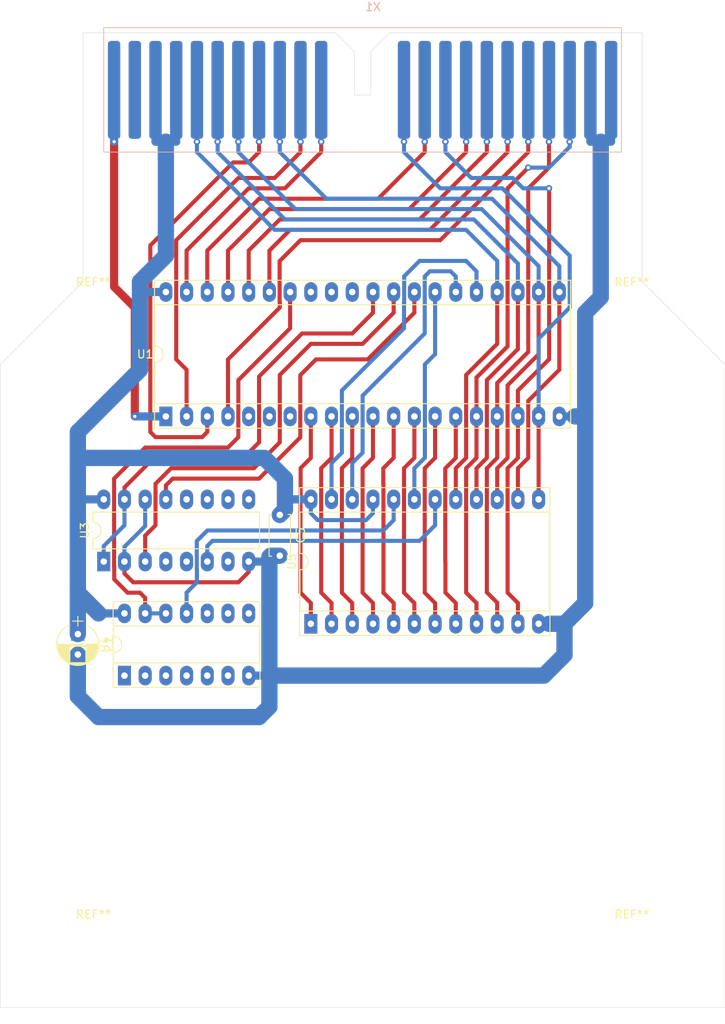
<source format=kicad_pcb>
(kicad_pcb (version 20171130) (host pcbnew 5.1.2-f72e74a~84~ubuntu18.04.1)

  (general
    (thickness 1.6)
    (drawings 14)
    (tracks 379)
    (zones 0)
    (modules 11)
    (nets 60)
  )

  (page A4)
  (layers
    (0 F.Cu signal)
    (31 B.Cu signal)
    (32 B.Adhes user)
    (33 F.Adhes user)
    (34 B.Paste user)
    (35 F.Paste user)
    (36 B.SilkS user)
    (37 F.SilkS user)
    (38 B.Mask user)
    (39 F.Mask user)
    (40 Dwgs.User user)
    (41 Cmts.User user)
    (42 Eco1.User user)
    (43 Eco2.User user)
    (44 Edge.Cuts user)
    (45 Margin user)
    (46 B.CrtYd user)
    (47 F.CrtYd user)
    (48 B.Fab user)
    (49 F.Fab user)
  )

  (setup
    (last_trace_width 2)
    (user_trace_width 0.5)
    (user_trace_width 1)
    (user_trace_width 2)
    (trace_clearance 0.2)
    (zone_clearance 0.508)
    (zone_45_only no)
    (trace_min 0.2)
    (via_size 0.8)
    (via_drill 0.4)
    (via_min_size 0.4)
    (via_min_drill 0.3)
    (user_via 0.9 0.5)
    (uvia_size 0.3)
    (uvia_drill 0.1)
    (uvias_allowed no)
    (uvia_min_size 0.2)
    (uvia_min_drill 0.1)
    (edge_width 0.05)
    (segment_width 0.2)
    (pcb_text_width 0.3)
    (pcb_text_size 1.5 1.5)
    (mod_edge_width 0.12)
    (mod_text_size 1 1)
    (mod_text_width 0.15)
    (pad_size 2.4 1.6)
    (pad_drill 0.8)
    (pad_to_mask_clearance 0.051)
    (solder_mask_min_width 0.25)
    (aux_axis_origin 0 0)
    (visible_elements 7FFFFFFF)
    (pcbplotparams
      (layerselection 0x010fc_ffffffff)
      (usegerberextensions false)
      (usegerberattributes false)
      (usegerberadvancedattributes false)
      (creategerberjobfile false)
      (excludeedgelayer true)
      (linewidth 0.100000)
      (plotframeref false)
      (viasonmask false)
      (mode 1)
      (useauxorigin false)
      (hpglpennumber 1)
      (hpglpenspeed 20)
      (hpglpendiameter 15.000000)
      (psnegative false)
      (psa4output false)
      (plotreference true)
      (plotvalue true)
      (plotinvisibletext false)
      (padsonsilk false)
      (subtractmaskfromsilk false)
      (outputformat 1)
      (mirror false)
      (drillshape 1)
      (scaleselection 1)
      (outputdirectory ""))
  )

  (net 0 "")
  (net 1 +5V)
  (net 2 GND)
  (net 3 /ROMC4)
  (net 4 /ROMC3)
  (net 5 /ROMC2)
  (net 6 /ROMC1)
  (net 7 /ROMC0)
  (net 8 /~INTREQ)
  (net 9 /WRITE)
  (net 10 /PHI)
  (net 11 +12V)
  (net 12 /D4)
  (net 13 /D5)
  (net 14 /D6)
  (net 15 /D7)
  (net 16 /D0)
  (net 17 /D1)
  (net 18 /D2)
  (net 19 /D3)
  (net 20 /~PRI_IN)
  (net 21 /A8)
  (net 22 /~RAM_WRITE)
  (net 23 /A9)
  (net 24 /~EXT_INT)
  (net 25 /A10)
  (net 26 /A7)
  (net 27 /A11)
  (net 28 /A6)
  (net 29 /A12)
  (net 30 /A5)
  (net 31 /A13)
  (net 32 /A4)
  (net 33 /A14)
  (net 34 /A3)
  (net 35 /A15)
  (net 36 /A2)
  (net 37 /REGDR)
  (net 38 /A1)
  (net 39 /CPU_READ)
  (net 40 /A0)
  (net 41 /00xx)
  (net 42 /08xx)
  (net 43 /10xx)
  (net 44 /38xx)
  (net 45 /18xx)
  (net 46 /30xx)
  (net 47 /28xx)
  (net 48 /20xx)
  (net 49 /~CPU_READ)
  (net 50 "Net-(X1-Pad21)")
  (net 51 "Net-(U4-Pad8)")
  (net 52 "Net-(U4-Pad9)")
  (net 53 "Net-(U4-Pad10)")
  (net 54 "Net-(U4-Pad4)")
  (net 55 "Net-(U4-Pad5)")
  (net 56 "Net-(U4-Pad6)")
  (net 57 "Net-(U4-Pad1)")
  (net 58 "Net-(U4-Pad2)")
  (net 59 "Net-(U4-Pad3)")

  (net_class Default "This is the default net class."
    (clearance 0.2)
    (trace_width 0.25)
    (via_dia 0.8)
    (via_drill 0.4)
    (uvia_dia 0.3)
    (uvia_drill 0.1)
    (add_net +12V)
    (add_net +5V)
    (add_net /00xx)
    (add_net /08xx)
    (add_net /10xx)
    (add_net /18xx)
    (add_net /20xx)
    (add_net /28xx)
    (add_net /30xx)
    (add_net /38xx)
    (add_net /A0)
    (add_net /A1)
    (add_net /A10)
    (add_net /A11)
    (add_net /A12)
    (add_net /A13)
    (add_net /A14)
    (add_net /A15)
    (add_net /A2)
    (add_net /A3)
    (add_net /A4)
    (add_net /A5)
    (add_net /A6)
    (add_net /A7)
    (add_net /A8)
    (add_net /A9)
    (add_net /CPU_READ)
    (add_net /D0)
    (add_net /D1)
    (add_net /D2)
    (add_net /D3)
    (add_net /D4)
    (add_net /D5)
    (add_net /D6)
    (add_net /D7)
    (add_net /PHI)
    (add_net /REGDR)
    (add_net /ROMC0)
    (add_net /ROMC1)
    (add_net /ROMC2)
    (add_net /ROMC3)
    (add_net /ROMC4)
    (add_net /WRITE)
    (add_net /~CPU_READ)
    (add_net /~EXT_INT)
    (add_net /~INTREQ)
    (add_net /~PRI_IN)
    (add_net /~RAM_WRITE)
    (add_net GND)
    (add_net "Net-(U4-Pad1)")
    (add_net "Net-(U4-Pad10)")
    (add_net "Net-(U4-Pad2)")
    (add_net "Net-(U4-Pad3)")
    (add_net "Net-(U4-Pad4)")
    (add_net "Net-(U4-Pad5)")
    (add_net "Net-(U4-Pad6)")
    (add_net "Net-(U4-Pad8)")
    (add_net "Net-(U4-Pad9)")
    (add_net "Net-(X1-Pad21)")
  )

  (module Capacitors_THT:C_Disc_D5.0mm_W2.5mm_P5.00mm (layer F.Cu) (tedit 597BC7C2) (tstamp 5D222457)
    (at 140.97 121.285 270)
    (descr "C, Disc series, Radial, pin pitch=5.00mm, , diameter*width=5*2.5mm^2, Capacitor, http://cdn-reichelt.de/documents/datenblatt/B300/DS_KERKO_TC.pdf")
    (tags "C Disc series Radial pin pitch 5.00mm  diameter 5mm width 2.5mm Capacitor")
    (path /5D2DF90C)
    (fp_text reference C5 (at 2.5 -2.56 90) (layer F.SilkS)
      (effects (font (size 1 1) (thickness 0.15)))
    )
    (fp_text value 100nF (at 2.5 2.56 90) (layer F.Fab)
      (effects (font (size 1 1) (thickness 0.15)))
    )
    (fp_line (start 0 -1.25) (end 0 1.25) (layer F.Fab) (width 0.1))
    (fp_line (start 0 1.25) (end 5 1.25) (layer F.Fab) (width 0.1))
    (fp_line (start 5 1.25) (end 5 -1.25) (layer F.Fab) (width 0.1))
    (fp_line (start 5 -1.25) (end 0 -1.25) (layer F.Fab) (width 0.1))
    (fp_line (start -0.06 -1.31) (end 5.06 -1.31) (layer F.SilkS) (width 0.12))
    (fp_line (start -0.06 1.31) (end 5.06 1.31) (layer F.SilkS) (width 0.12))
    (fp_line (start -0.06 -1.31) (end -0.06 -0.996) (layer F.SilkS) (width 0.12))
    (fp_line (start -0.06 0.996) (end -0.06 1.31) (layer F.SilkS) (width 0.12))
    (fp_line (start 5.06 -1.31) (end 5.06 -0.996) (layer F.SilkS) (width 0.12))
    (fp_line (start 5.06 0.996) (end 5.06 1.31) (layer F.SilkS) (width 0.12))
    (fp_line (start -1.05 -1.6) (end -1.05 1.6) (layer F.CrtYd) (width 0.05))
    (fp_line (start -1.05 1.6) (end 6.05 1.6) (layer F.CrtYd) (width 0.05))
    (fp_line (start 6.05 1.6) (end 6.05 -1.6) (layer F.CrtYd) (width 0.05))
    (fp_line (start 6.05 -1.6) (end -1.05 -1.6) (layer F.CrtYd) (width 0.05))
    (fp_text user %R (at 2.5 0 90) (layer F.Fab)
      (effects (font (size 1 1) (thickness 0.15)))
    )
    (pad 1 thru_hole circle (at 0 0 270) (size 1.6 1.6) (drill 0.8) (layers *.Cu *.Mask)
      (net 1 +5V))
    (pad 2 thru_hole circle (at 5 0 270) (size 1.6 1.6) (drill 0.8) (layers *.Cu *.Mask)
      (net 2 GND))
    (model ${KISYS3DMOD}/Capacitors_THT.3dshapes/C_Disc_D5.0mm_W2.5mm_P5.00mm.wrl
      (at (xyz 0 0 0))
      (scale (xyz 1 1 1))
      (rotate (xyz 0 0 0))
    )
  )

  (module Capacitors_THT:CP_Radial_D5.0mm_P2.50mm (layer F.Cu) (tedit 597BC7C2) (tstamp 5D22244B)
    (at 116.205 135.89 270)
    (descr "CP, Radial series, Radial, pin pitch=2.50mm, , diameter=5mm, Electrolytic Capacitor")
    (tags "CP Radial series Radial pin pitch 2.50mm  diameter 5mm Electrolytic Capacitor")
    (path /5D2DB74A)
    (fp_text reference C1 (at 1.25 -3.81 90) (layer F.SilkS)
      (effects (font (size 1 1) (thickness 0.15)))
    )
    (fp_text value "47uF 16V" (at 1.25 3.81 90) (layer F.Fab)
      (effects (font (size 1 1) (thickness 0.15)))
    )
    (fp_arc (start 1.25 0) (end -1.05558 -1.18) (angle 125.8) (layer F.SilkS) (width 0.12))
    (fp_arc (start 1.25 0) (end -1.05558 1.18) (angle -125.8) (layer F.SilkS) (width 0.12))
    (fp_arc (start 1.25 0) (end 3.55558 -1.18) (angle 54.2) (layer F.SilkS) (width 0.12))
    (fp_circle (center 1.25 0) (end 3.75 0) (layer F.Fab) (width 0.1))
    (fp_line (start -2.2 0) (end -1 0) (layer F.Fab) (width 0.1))
    (fp_line (start -1.6 -0.65) (end -1.6 0.65) (layer F.Fab) (width 0.1))
    (fp_line (start 1.25 -2.55) (end 1.25 2.55) (layer F.SilkS) (width 0.12))
    (fp_line (start 1.29 -2.55) (end 1.29 2.55) (layer F.SilkS) (width 0.12))
    (fp_line (start 1.33 -2.549) (end 1.33 2.549) (layer F.SilkS) (width 0.12))
    (fp_line (start 1.37 -2.548) (end 1.37 2.548) (layer F.SilkS) (width 0.12))
    (fp_line (start 1.41 -2.546) (end 1.41 2.546) (layer F.SilkS) (width 0.12))
    (fp_line (start 1.45 -2.543) (end 1.45 2.543) (layer F.SilkS) (width 0.12))
    (fp_line (start 1.49 -2.539) (end 1.49 2.539) (layer F.SilkS) (width 0.12))
    (fp_line (start 1.53 -2.535) (end 1.53 -0.98) (layer F.SilkS) (width 0.12))
    (fp_line (start 1.53 0.98) (end 1.53 2.535) (layer F.SilkS) (width 0.12))
    (fp_line (start 1.57 -2.531) (end 1.57 -0.98) (layer F.SilkS) (width 0.12))
    (fp_line (start 1.57 0.98) (end 1.57 2.531) (layer F.SilkS) (width 0.12))
    (fp_line (start 1.61 -2.525) (end 1.61 -0.98) (layer F.SilkS) (width 0.12))
    (fp_line (start 1.61 0.98) (end 1.61 2.525) (layer F.SilkS) (width 0.12))
    (fp_line (start 1.65 -2.519) (end 1.65 -0.98) (layer F.SilkS) (width 0.12))
    (fp_line (start 1.65 0.98) (end 1.65 2.519) (layer F.SilkS) (width 0.12))
    (fp_line (start 1.69 -2.513) (end 1.69 -0.98) (layer F.SilkS) (width 0.12))
    (fp_line (start 1.69 0.98) (end 1.69 2.513) (layer F.SilkS) (width 0.12))
    (fp_line (start 1.73 -2.506) (end 1.73 -0.98) (layer F.SilkS) (width 0.12))
    (fp_line (start 1.73 0.98) (end 1.73 2.506) (layer F.SilkS) (width 0.12))
    (fp_line (start 1.77 -2.498) (end 1.77 -0.98) (layer F.SilkS) (width 0.12))
    (fp_line (start 1.77 0.98) (end 1.77 2.498) (layer F.SilkS) (width 0.12))
    (fp_line (start 1.81 -2.489) (end 1.81 -0.98) (layer F.SilkS) (width 0.12))
    (fp_line (start 1.81 0.98) (end 1.81 2.489) (layer F.SilkS) (width 0.12))
    (fp_line (start 1.85 -2.48) (end 1.85 -0.98) (layer F.SilkS) (width 0.12))
    (fp_line (start 1.85 0.98) (end 1.85 2.48) (layer F.SilkS) (width 0.12))
    (fp_line (start 1.89 -2.47) (end 1.89 -0.98) (layer F.SilkS) (width 0.12))
    (fp_line (start 1.89 0.98) (end 1.89 2.47) (layer F.SilkS) (width 0.12))
    (fp_line (start 1.93 -2.46) (end 1.93 -0.98) (layer F.SilkS) (width 0.12))
    (fp_line (start 1.93 0.98) (end 1.93 2.46) (layer F.SilkS) (width 0.12))
    (fp_line (start 1.971 -2.448) (end 1.971 -0.98) (layer F.SilkS) (width 0.12))
    (fp_line (start 1.971 0.98) (end 1.971 2.448) (layer F.SilkS) (width 0.12))
    (fp_line (start 2.011 -2.436) (end 2.011 -0.98) (layer F.SilkS) (width 0.12))
    (fp_line (start 2.011 0.98) (end 2.011 2.436) (layer F.SilkS) (width 0.12))
    (fp_line (start 2.051 -2.424) (end 2.051 -0.98) (layer F.SilkS) (width 0.12))
    (fp_line (start 2.051 0.98) (end 2.051 2.424) (layer F.SilkS) (width 0.12))
    (fp_line (start 2.091 -2.41) (end 2.091 -0.98) (layer F.SilkS) (width 0.12))
    (fp_line (start 2.091 0.98) (end 2.091 2.41) (layer F.SilkS) (width 0.12))
    (fp_line (start 2.131 -2.396) (end 2.131 -0.98) (layer F.SilkS) (width 0.12))
    (fp_line (start 2.131 0.98) (end 2.131 2.396) (layer F.SilkS) (width 0.12))
    (fp_line (start 2.171 -2.382) (end 2.171 -0.98) (layer F.SilkS) (width 0.12))
    (fp_line (start 2.171 0.98) (end 2.171 2.382) (layer F.SilkS) (width 0.12))
    (fp_line (start 2.211 -2.366) (end 2.211 -0.98) (layer F.SilkS) (width 0.12))
    (fp_line (start 2.211 0.98) (end 2.211 2.366) (layer F.SilkS) (width 0.12))
    (fp_line (start 2.251 -2.35) (end 2.251 -0.98) (layer F.SilkS) (width 0.12))
    (fp_line (start 2.251 0.98) (end 2.251 2.35) (layer F.SilkS) (width 0.12))
    (fp_line (start 2.291 -2.333) (end 2.291 -0.98) (layer F.SilkS) (width 0.12))
    (fp_line (start 2.291 0.98) (end 2.291 2.333) (layer F.SilkS) (width 0.12))
    (fp_line (start 2.331 -2.315) (end 2.331 -0.98) (layer F.SilkS) (width 0.12))
    (fp_line (start 2.331 0.98) (end 2.331 2.315) (layer F.SilkS) (width 0.12))
    (fp_line (start 2.371 -2.296) (end 2.371 -0.98) (layer F.SilkS) (width 0.12))
    (fp_line (start 2.371 0.98) (end 2.371 2.296) (layer F.SilkS) (width 0.12))
    (fp_line (start 2.411 -2.276) (end 2.411 -0.98) (layer F.SilkS) (width 0.12))
    (fp_line (start 2.411 0.98) (end 2.411 2.276) (layer F.SilkS) (width 0.12))
    (fp_line (start 2.451 -2.256) (end 2.451 -0.98) (layer F.SilkS) (width 0.12))
    (fp_line (start 2.451 0.98) (end 2.451 2.256) (layer F.SilkS) (width 0.12))
    (fp_line (start 2.491 -2.234) (end 2.491 -0.98) (layer F.SilkS) (width 0.12))
    (fp_line (start 2.491 0.98) (end 2.491 2.234) (layer F.SilkS) (width 0.12))
    (fp_line (start 2.531 -2.212) (end 2.531 -0.98) (layer F.SilkS) (width 0.12))
    (fp_line (start 2.531 0.98) (end 2.531 2.212) (layer F.SilkS) (width 0.12))
    (fp_line (start 2.571 -2.189) (end 2.571 -0.98) (layer F.SilkS) (width 0.12))
    (fp_line (start 2.571 0.98) (end 2.571 2.189) (layer F.SilkS) (width 0.12))
    (fp_line (start 2.611 -2.165) (end 2.611 -0.98) (layer F.SilkS) (width 0.12))
    (fp_line (start 2.611 0.98) (end 2.611 2.165) (layer F.SilkS) (width 0.12))
    (fp_line (start 2.651 -2.14) (end 2.651 -0.98) (layer F.SilkS) (width 0.12))
    (fp_line (start 2.651 0.98) (end 2.651 2.14) (layer F.SilkS) (width 0.12))
    (fp_line (start 2.691 -2.113) (end 2.691 -0.98) (layer F.SilkS) (width 0.12))
    (fp_line (start 2.691 0.98) (end 2.691 2.113) (layer F.SilkS) (width 0.12))
    (fp_line (start 2.731 -2.086) (end 2.731 -0.98) (layer F.SilkS) (width 0.12))
    (fp_line (start 2.731 0.98) (end 2.731 2.086) (layer F.SilkS) (width 0.12))
    (fp_line (start 2.771 -2.058) (end 2.771 -0.98) (layer F.SilkS) (width 0.12))
    (fp_line (start 2.771 0.98) (end 2.771 2.058) (layer F.SilkS) (width 0.12))
    (fp_line (start 2.811 -2.028) (end 2.811 -0.98) (layer F.SilkS) (width 0.12))
    (fp_line (start 2.811 0.98) (end 2.811 2.028) (layer F.SilkS) (width 0.12))
    (fp_line (start 2.851 -1.997) (end 2.851 -0.98) (layer F.SilkS) (width 0.12))
    (fp_line (start 2.851 0.98) (end 2.851 1.997) (layer F.SilkS) (width 0.12))
    (fp_line (start 2.891 -1.965) (end 2.891 -0.98) (layer F.SilkS) (width 0.12))
    (fp_line (start 2.891 0.98) (end 2.891 1.965) (layer F.SilkS) (width 0.12))
    (fp_line (start 2.931 -1.932) (end 2.931 -0.98) (layer F.SilkS) (width 0.12))
    (fp_line (start 2.931 0.98) (end 2.931 1.932) (layer F.SilkS) (width 0.12))
    (fp_line (start 2.971 -1.897) (end 2.971 -0.98) (layer F.SilkS) (width 0.12))
    (fp_line (start 2.971 0.98) (end 2.971 1.897) (layer F.SilkS) (width 0.12))
    (fp_line (start 3.011 -1.861) (end 3.011 -0.98) (layer F.SilkS) (width 0.12))
    (fp_line (start 3.011 0.98) (end 3.011 1.861) (layer F.SilkS) (width 0.12))
    (fp_line (start 3.051 -1.823) (end 3.051 -0.98) (layer F.SilkS) (width 0.12))
    (fp_line (start 3.051 0.98) (end 3.051 1.823) (layer F.SilkS) (width 0.12))
    (fp_line (start 3.091 -1.783) (end 3.091 -0.98) (layer F.SilkS) (width 0.12))
    (fp_line (start 3.091 0.98) (end 3.091 1.783) (layer F.SilkS) (width 0.12))
    (fp_line (start 3.131 -1.742) (end 3.131 -0.98) (layer F.SilkS) (width 0.12))
    (fp_line (start 3.131 0.98) (end 3.131 1.742) (layer F.SilkS) (width 0.12))
    (fp_line (start 3.171 -1.699) (end 3.171 -0.98) (layer F.SilkS) (width 0.12))
    (fp_line (start 3.171 0.98) (end 3.171 1.699) (layer F.SilkS) (width 0.12))
    (fp_line (start 3.211 -1.654) (end 3.211 -0.98) (layer F.SilkS) (width 0.12))
    (fp_line (start 3.211 0.98) (end 3.211 1.654) (layer F.SilkS) (width 0.12))
    (fp_line (start 3.251 -1.606) (end 3.251 -0.98) (layer F.SilkS) (width 0.12))
    (fp_line (start 3.251 0.98) (end 3.251 1.606) (layer F.SilkS) (width 0.12))
    (fp_line (start 3.291 -1.556) (end 3.291 -0.98) (layer F.SilkS) (width 0.12))
    (fp_line (start 3.291 0.98) (end 3.291 1.556) (layer F.SilkS) (width 0.12))
    (fp_line (start 3.331 -1.504) (end 3.331 -0.98) (layer F.SilkS) (width 0.12))
    (fp_line (start 3.331 0.98) (end 3.331 1.504) (layer F.SilkS) (width 0.12))
    (fp_line (start 3.371 -1.448) (end 3.371 -0.98) (layer F.SilkS) (width 0.12))
    (fp_line (start 3.371 0.98) (end 3.371 1.448) (layer F.SilkS) (width 0.12))
    (fp_line (start 3.411 -1.39) (end 3.411 -0.98) (layer F.SilkS) (width 0.12))
    (fp_line (start 3.411 0.98) (end 3.411 1.39) (layer F.SilkS) (width 0.12))
    (fp_line (start 3.451 -1.327) (end 3.451 -0.98) (layer F.SilkS) (width 0.12))
    (fp_line (start 3.451 0.98) (end 3.451 1.327) (layer F.SilkS) (width 0.12))
    (fp_line (start 3.491 -1.261) (end 3.491 1.261) (layer F.SilkS) (width 0.12))
    (fp_line (start 3.531 -1.189) (end 3.531 1.189) (layer F.SilkS) (width 0.12))
    (fp_line (start 3.571 -1.112) (end 3.571 1.112) (layer F.SilkS) (width 0.12))
    (fp_line (start 3.611 -1.028) (end 3.611 1.028) (layer F.SilkS) (width 0.12))
    (fp_line (start 3.651 -0.934) (end 3.651 0.934) (layer F.SilkS) (width 0.12))
    (fp_line (start 3.691 -0.829) (end 3.691 0.829) (layer F.SilkS) (width 0.12))
    (fp_line (start 3.731 -0.707) (end 3.731 0.707) (layer F.SilkS) (width 0.12))
    (fp_line (start 3.771 -0.559) (end 3.771 0.559) (layer F.SilkS) (width 0.12))
    (fp_line (start 3.811 -0.354) (end 3.811 0.354) (layer F.SilkS) (width 0.12))
    (fp_line (start -2.2 0) (end -1 0) (layer F.SilkS) (width 0.12))
    (fp_line (start -1.6 -0.65) (end -1.6 0.65) (layer F.SilkS) (width 0.12))
    (fp_line (start -1.6 -2.85) (end -1.6 2.85) (layer F.CrtYd) (width 0.05))
    (fp_line (start -1.6 2.85) (end 4.1 2.85) (layer F.CrtYd) (width 0.05))
    (fp_line (start 4.1 2.85) (end 4.1 -2.85) (layer F.CrtYd) (width 0.05))
    (fp_line (start 4.1 -2.85) (end -1.6 -2.85) (layer F.CrtYd) (width 0.05))
    (fp_text user %R (at 1.25 0 90) (layer F.Fab)
      (effects (font (size 1 1) (thickness 0.15)))
    )
    (pad 1 thru_hole rect (at 0 0 270) (size 1.6 1.6) (drill 0.8) (layers *.Cu *.Mask)
      (net 1 +5V))
    (pad 2 thru_hole circle (at 2.5 0 270) (size 1.6 1.6) (drill 0.8) (layers *.Cu *.Mask)
      (net 2 GND))
    (model ${KISYS3DMOD}/Capacitors_THT.3dshapes/CP_Radial_D5.0mm_P2.50mm.wrl
      (at (xyz 0 0 0))
      (scale (xyz 1 1 1))
      (rotate (xyz 0 0 0))
    )
    (model /usr/share/kicad-nightly/modules/packages3d/Capacitor_THT.3dshapes/C_Radial_D5.0mm_H5.0mm_P2.00mm.wrl
      (at (xyz 0 0 0))
      (scale (xyz 1 1 1))
      (rotate (xyz 0 0 0))
    )
    (model /usr/share/kicad-nightly/modules/packages3d/Capacitor_THT.3dshapes/C_Radial_D6.3mm_H11.0mm_P2.50mm.step
      (at (xyz 0 0 0))
      (scale (xyz 1 1 1))
      (rotate (xyz 0 0 0))
    )
  )

  (module fart:Cart_Conn (layer B.Cu) (tedit 5D21B223) (tstamp 5D1E03E9)
    (at 177.8 69.215)
    (path /5D1E5303)
    (fp_text reference X1 (at -25.4 -10.16) (layer B.SilkS)
      (effects (font (size 1 1) (thickness 0.15)) (justify mirror))
    )
    (fp_text value CartConn (at 0 7.62) (layer B.Fab)
      (effects (font (size 1 1) (thickness 0.15)) (justify mirror))
    )
    (fp_line (start -58.42 -7.62) (end -58.42 7.62) (layer B.SilkS) (width 0.1))
    (fp_line (start 5.08 -7.62) (end -58.42 -7.62) (layer B.SilkS) (width 0.1))
    (fp_line (start 5.08 7.62) (end 5.08 -7.62) (layer B.SilkS) (width 0.1))
    (fp_line (start -58.42 7.62) (end 5.08 7.62) (layer B.SilkS) (width 0.1))
    (pad 13 smd roundrect (at -34.29 0) (size 1.524 12) (layers B.Cu B.Paste B.Mask) (roundrect_rratio 0.25)
      (net 10 /PHI))
    (pad 11 smd roundrect (at -21.59 0) (size 1.524 12) (layers B.Cu B.Paste B.Mask) (roundrect_rratio 0.25)
      (net 19 /D3))
    (pad 15 smd roundrect (at -39.37 0) (size 1.524 12) (layers B.Cu B.Paste B.Mask) (roundrect_rratio 0.25)
      (net 9 /WRITE))
    (pad 14 smd roundrect (at -36.83 0) (size 1.524 12) (layers B.Cu B.Paste B.Mask) (roundrect_rratio 0.25)
      (net 12 /D4))
    (pad 16 smd roundrect (at -41.91 0) (size 1.524 12) (layers B.Cu B.Paste B.Mask) (roundrect_rratio 0.25)
      (net 13 /D5))
    (pad 18 smd roundrect (at -46.99 0) (size 1.524 12) (layers B.Cu B.Paste B.Mask) (roundrect_rratio 0.25)
      (net 15 /D7))
    (pad 22 smd roundrect (at -57.15 0) (size 1.524 12) (layers B.Cu B.Paste B.Mask) (roundrect_rratio 0.25)
      (net 11 +12V))
    (pad 20 smd roundrect (at -52.07 0) (size 1.524 12) (layers B.Cu B.Paste B.Mask) (roundrect_rratio 0.25)
      (net 1 +5V))
    (pad 21 smd roundrect (at -54.61 0) (size 1.524 12) (layers B.Cu B.Paste B.Mask) (roundrect_rratio 0.25)
      (net 50 "Net-(X1-Pad21)"))
    (pad 17 smd roundrect (at -44.45 0) (size 1.524 12) (layers B.Cu B.Paste B.Mask) (roundrect_rratio 0.25)
      (net 14 /D6))
    (pad 19 smd roundrect (at -49.53 0) (size 1.524 12) (layers B.Cu B.Paste B.Mask) (roundrect_rratio 0.25)
      (net 1 +5V))
    (pad 12 smd roundrect (at -31.75 0) (size 1.524 12) (layers B.Cu B.Paste B.Mask) (roundrect_rratio 0.25)
      (net 3 /ROMC4))
    (pad 7 smd roundrect (at -11.43 0) (size 1.524 12) (layers B.Cu B.Paste B.Mask) (roundrect_rratio 0.25)
      (net 6 /ROMC1))
    (pad 5 smd roundrect (at -6.35 0) (size 1.524 12) (layers B.Cu B.Paste B.Mask) (roundrect_rratio 0.25)
      (net 8 /~INTREQ))
    (pad 9 smd roundrect (at -16.51 0) (size 1.524 12) (layers B.Cu B.Paste B.Mask) (roundrect_rratio 0.25)
      (net 18 /D2))
    (pad 8 smd roundrect (at -13.97 0) (size 1.524 12) (layers B.Cu B.Paste B.Mask) (roundrect_rratio 0.25)
      (net 5 /ROMC2))
    (pad 10 smd roundrect (at -19.05 0) (size 1.524 12) (layers B.Cu B.Paste B.Mask) (roundrect_rratio 0.25)
      (net 4 /ROMC3))
    (pad 6 smd roundrect (at -8.89 0) (size 1.524 12) (layers B.Cu B.Paste B.Mask) (roundrect_rratio 0.25)
      (net 7 /ROMC0))
    (pad 4 smd roundrect (at -3.81 0) (size 1.524 12) (layers B.Cu B.Paste B.Mask) (roundrect_rratio 0.25)
      (net 17 /D1))
    (pad 2 smd roundrect (at 1.27 0) (size 1.524 12) (layers B.Cu B.Paste B.Mask) (roundrect_rratio 0.25)
      (net 2 GND))
    (pad 3 smd roundrect (at -1.27 0) (size 1.524 12) (layers B.Cu B.Paste B.Mask) (roundrect_rratio 0.25)
      (net 16 /D0))
    (pad 1 smd roundrect (at 3.81 0) (size 1.524 12) (layers B.Cu B.Paste B.Mask) (roundrect_rratio 0.25)
      (net 2 GND))
  )

  (module Housings_DIP:DIP-14_W7.62mm_Socket_LongPads (layer F.Cu) (tedit 5D21AC82) (tstamp 5D21BEED)
    (at 121.92 140.97 90)
    (descr "14-lead though-hole mounted DIP package, row spacing 7.62 mm (300 mils), Socket, LongPads")
    (tags "THT DIP DIL PDIP 2.54mm 7.62mm 300mil Socket LongPads")
    (path /5D22BA67)
    (fp_text reference U4 (at 3.81 -2.33 90) (layer F.SilkS)
      (effects (font (size 1 1) (thickness 0.15)))
    )
    (fp_text value 74LS00 (at 3.81 17.57 90) (layer F.Fab)
      (effects (font (size 1 1) (thickness 0.15)))
    )
    (fp_arc (start 3.81 -1.33) (end 2.81 -1.33) (angle -180) (layer F.SilkS) (width 0.12))
    (fp_line (start 1.635 -1.27) (end 6.985 -1.27) (layer F.Fab) (width 0.1))
    (fp_line (start 6.985 -1.27) (end 6.985 16.51) (layer F.Fab) (width 0.1))
    (fp_line (start 6.985 16.51) (end 0.635 16.51) (layer F.Fab) (width 0.1))
    (fp_line (start 0.635 16.51) (end 0.635 -0.27) (layer F.Fab) (width 0.1))
    (fp_line (start 0.635 -0.27) (end 1.635 -1.27) (layer F.Fab) (width 0.1))
    (fp_line (start -1.27 -1.33) (end -1.27 16.57) (layer F.Fab) (width 0.1))
    (fp_line (start -1.27 16.57) (end 8.89 16.57) (layer F.Fab) (width 0.1))
    (fp_line (start 8.89 16.57) (end 8.89 -1.33) (layer F.Fab) (width 0.1))
    (fp_line (start 8.89 -1.33) (end -1.27 -1.33) (layer F.Fab) (width 0.1))
    (fp_line (start 2.81 -1.33) (end 1.56 -1.33) (layer F.SilkS) (width 0.12))
    (fp_line (start 1.56 -1.33) (end 1.56 16.57) (layer F.SilkS) (width 0.12))
    (fp_line (start 1.56 16.57) (end 6.06 16.57) (layer F.SilkS) (width 0.12))
    (fp_line (start 6.06 16.57) (end 6.06 -1.33) (layer F.SilkS) (width 0.12))
    (fp_line (start 6.06 -1.33) (end 4.81 -1.33) (layer F.SilkS) (width 0.12))
    (fp_line (start -1.44 -1.39) (end -1.44 16.63) (layer F.SilkS) (width 0.12))
    (fp_line (start -1.44 16.63) (end 9.06 16.63) (layer F.SilkS) (width 0.12))
    (fp_line (start 9.06 16.63) (end 9.06 -1.39) (layer F.SilkS) (width 0.12))
    (fp_line (start 9.06 -1.39) (end -1.44 -1.39) (layer F.SilkS) (width 0.12))
    (fp_line (start -1.55 -1.6) (end -1.55 16.85) (layer F.CrtYd) (width 0.05))
    (fp_line (start -1.55 16.85) (end 9.15 16.85) (layer F.CrtYd) (width 0.05))
    (fp_line (start 9.15 16.85) (end 9.15 -1.6) (layer F.CrtYd) (width 0.05))
    (fp_line (start 9.15 -1.6) (end -1.55 -1.6) (layer F.CrtYd) (width 0.05))
    (fp_text user %R (at 3.81 7.62 90) (layer F.Fab)
      (effects (font (size 1 1) (thickness 0.15)))
    )
    (pad 1 thru_hole rect (at 0 0 90) (size 2.4 1.6) (drill 0.8) (layers *.Cu *.Mask)
      (net 57 "Net-(U4-Pad1)"))
    (pad 8 thru_hole oval (at 7.62 15.24 90) (size 2.4 1.6) (drill 0.8) (layers *.Cu *.Mask)
      (net 51 "Net-(U4-Pad8)"))
    (pad 2 thru_hole oval (at 0 2.54 90) (size 2.4 1.6) (drill 0.8) (layers *.Cu *.Mask)
      (net 58 "Net-(U4-Pad2)"))
    (pad 9 thru_hole oval (at 7.62 12.7 90) (size 2.4 1.6) (drill 0.8) (layers *.Cu *.Mask)
      (net 52 "Net-(U4-Pad9)"))
    (pad 3 thru_hole oval (at 0 5.08 90) (size 2.4 1.6) (drill 0.8) (layers *.Cu *.Mask)
      (net 59 "Net-(U4-Pad3)"))
    (pad 10 thru_hole oval (at 7.62 10.16 90) (size 2.4 1.6) (drill 0.8) (layers *.Cu *.Mask)
      (net 53 "Net-(U4-Pad10)"))
    (pad 4 thru_hole oval (at 0 7.62 90) (size 2.4 1.6) (drill 0.8) (layers *.Cu *.Mask)
      (net 54 "Net-(U4-Pad4)"))
    (pad 11 thru_hole oval (at 7.62 7.62 90) (size 2.4 1.6) (drill 0.8) (layers *.Cu *.Mask)
      (net 49 /~CPU_READ))
    (pad 5 thru_hole oval (at 0 10.16 90) (size 2.4 1.6) (drill 0.8) (layers *.Cu *.Mask)
      (net 55 "Net-(U4-Pad5)"))
    (pad 12 thru_hole oval (at 7.62 5.08 90) (size 2.4 1.6) (drill 0.8) (layers *.Cu *.Mask)
      (net 39 /CPU_READ))
    (pad 6 thru_hole oval (at 0 12.7 90) (size 2.4 1.6) (drill 0.8) (layers *.Cu *.Mask)
      (net 56 "Net-(U4-Pad6)"))
    (pad 13 thru_hole oval (at 7.62 2.54 90) (size 2.4 1.6) (drill 0.8) (layers *.Cu *.Mask)
      (net 39 /CPU_READ))
    (pad 7 thru_hole oval (at 0 15.24 90) (size 2.4 1.6) (drill 0.8) (layers *.Cu *.Mask))
    (pad 14 thru_hole oval (at 7.62 0 90) (size 2.4 1.6) (drill 0.8) (layers *.Cu *.Mask))
    (model ${KISYS3DMOD}/Housings_DIP.3dshapes/DIP-14_W7.62mm_Socket.wrl
      (at (xyz 0 0 0))
      (scale (xyz 1 1 1))
      (rotate (xyz 0 0 0))
    )
    (model /usr/share/kicad-nightly/modules/packages3d/Package_DIP.3dshapes/DIP-14_W7.62mm.step
      (at (xyz 0 0 0))
      (scale (xyz 1 1 1))
      (rotate (xyz 0 0 0))
    )
  )

  (module Mounting_Holes:MountingHole_5.3mm_M5 (layer F.Cu) (tedit 56D1B4CB) (tstamp 5D1E5C3B)
    (at 118.11 176.53)
    (descr "Mounting Hole 5.3mm, no annular, M5")
    (tags "mounting hole 5.3mm no annular m5")
    (attr virtual)
    (fp_text reference REF** (at 0 -6.3) (layer F.SilkS)
      (effects (font (size 1 1) (thickness 0.15)))
    )
    (fp_text value MountingHole_5.3mm_M5 (at 0 6.3) (layer F.Fab)
      (effects (font (size 1 1) (thickness 0.15)))
    )
    (fp_circle (center 0 0) (end 5.55 0) (layer F.CrtYd) (width 0.05))
    (fp_circle (center 0 0) (end 5.3 0) (layer Cmts.User) (width 0.15))
    (fp_text user %R (at 0.3 0) (layer F.Fab)
      (effects (font (size 1 1) (thickness 0.15)))
    )
    (pad 1 np_thru_hole circle (at 0 0) (size 5.3 5.3) (drill 5.3) (layers *.Cu *.Mask))
  )

  (module Mounting_Holes:MountingHole_5.3mm_M5 (layer F.Cu) (tedit 56D1B4CB) (tstamp 5D1E5BDD)
    (at 184.15 176.53)
    (descr "Mounting Hole 5.3mm, no annular, M5")
    (tags "mounting hole 5.3mm no annular m5")
    (attr virtual)
    (fp_text reference REF** (at 0 -6.3) (layer F.SilkS)
      (effects (font (size 1 1) (thickness 0.15)))
    )
    (fp_text value MountingHole_5.3mm_M5 (at 0 6.3) (layer F.Fab)
      (effects (font (size 1 1) (thickness 0.15)))
    )
    (fp_text user %R (at 0.3 0) (layer F.Fab)
      (effects (font (size 1 1) (thickness 0.15)))
    )
    (fp_circle (center 0 0) (end 5.3 0) (layer Cmts.User) (width 0.15))
    (fp_circle (center 0 0) (end 5.55 0) (layer F.CrtYd) (width 0.05))
    (pad 1 np_thru_hole circle (at 0 0) (size 5.3 5.3) (drill 5.3) (layers *.Cu *.Mask))
  )

  (module Mounting_Holes:MountingHole_5.3mm_M5 (layer F.Cu) (tedit 56D1B4CB) (tstamp 5D1E5AB8)
    (at 184.15 99.06)
    (descr "Mounting Hole 5.3mm, no annular, M5")
    (tags "mounting hole 5.3mm no annular m5")
    (attr virtual)
    (fp_text reference REF** (at 0 -6.3) (layer F.SilkS)
      (effects (font (size 1 1) (thickness 0.15)))
    )
    (fp_text value MountingHole_5.3mm_M5 (at 0 6.3) (layer F.Fab)
      (effects (font (size 1 1) (thickness 0.15)))
    )
    (fp_circle (center 0 0) (end 5.55 0) (layer F.CrtYd) (width 0.05))
    (fp_circle (center 0 0) (end 5.3 0) (layer Cmts.User) (width 0.15))
    (fp_text user %R (at 0.3 0) (layer F.Fab)
      (effects (font (size 1 1) (thickness 0.15)))
    )
    (pad 1 np_thru_hole circle (at 0 0) (size 5.3 5.3) (drill 5.3) (layers *.Cu *.Mask))
  )

  (module Mounting_Holes:MountingHole_5.3mm_M5 (layer F.Cu) (tedit 56D1B4CB) (tstamp 5D1E5A8F)
    (at 118.11 99.06)
    (descr "Mounting Hole 5.3mm, no annular, M5")
    (tags "mounting hole 5.3mm no annular m5")
    (attr virtual)
    (fp_text reference REF** (at 0 -6.3) (layer F.SilkS)
      (effects (font (size 1 1) (thickness 0.15)))
    )
    (fp_text value MountingHole_5.3mm_M5 (at 0 6.3) (layer F.Fab)
      (effects (font (size 1 1) (thickness 0.15)))
    )
    (fp_text user %R (at 0.3 0) (layer F.Fab)
      (effects (font (size 1 1) (thickness 0.15)))
    )
    (fp_circle (center 0 0) (end 5.3 0) (layer Cmts.User) (width 0.15))
    (fp_circle (center 0 0) (end 5.55 0) (layer F.CrtYd) (width 0.05))
    (pad 1 np_thru_hole circle (at 0 0) (size 5.3 5.3) (drill 5.3) (layers *.Cu *.Mask))
  )

  (module Housings_DIP:DIP-40_W15.24mm_Socket_LongPads (layer F.Cu) (tedit 59C78D6C) (tstamp 5D1E0C91)
    (at 127 109.22 90)
    (descr "40-lead though-hole mounted DIP package, row spacing 15.24 mm (600 mils), Socket, LongPads")
    (tags "THT DIP DIL PDIP 2.54mm 15.24mm 600mil Socket LongPads")
    (path /5D1E6D1B)
    (fp_text reference U1 (at 7.62 -2.54) (layer F.SilkS)
      (effects (font (size 1 1) (thickness 0.15)))
    )
    (fp_text value F3853 (at 8.89 22.86) (layer F.Fab)
      (effects (font (size 1 1) (thickness 0.15)))
    )
    (fp_arc (start 7.62 -1.33) (end 6.62 -1.33) (angle -180) (layer F.SilkS) (width 0.12))
    (fp_line (start 1.255 -1.27) (end 14.985 -1.27) (layer F.Fab) (width 0.1))
    (fp_line (start 14.985 -1.27) (end 14.985 49.53) (layer F.Fab) (width 0.1))
    (fp_line (start 14.985 49.53) (end 0.255 49.53) (layer F.Fab) (width 0.1))
    (fp_line (start 0.255 49.53) (end 0.255 -0.27) (layer F.Fab) (width 0.1))
    (fp_line (start 0.255 -0.27) (end 1.255 -1.27) (layer F.Fab) (width 0.1))
    (fp_line (start -1.27 -1.33) (end -1.27 49.59) (layer F.Fab) (width 0.1))
    (fp_line (start -1.27 49.59) (end 16.51 49.59) (layer F.Fab) (width 0.1))
    (fp_line (start 16.51 49.59) (end 16.51 -1.33) (layer F.Fab) (width 0.1))
    (fp_line (start 16.51 -1.33) (end -1.27 -1.33) (layer F.Fab) (width 0.1))
    (fp_line (start 6.62 -1.33) (end 1.56 -1.33) (layer F.SilkS) (width 0.12))
    (fp_line (start 1.56 -1.33) (end 1.56 49.59) (layer F.SilkS) (width 0.12))
    (fp_line (start 1.56 49.59) (end 13.68 49.59) (layer F.SilkS) (width 0.12))
    (fp_line (start 13.68 49.59) (end 13.68 -1.33) (layer F.SilkS) (width 0.12))
    (fp_line (start 13.68 -1.33) (end 8.62 -1.33) (layer F.SilkS) (width 0.12))
    (fp_line (start -1.44 -1.39) (end -1.44 49.65) (layer F.SilkS) (width 0.12))
    (fp_line (start -1.44 49.65) (end 16.68 49.65) (layer F.SilkS) (width 0.12))
    (fp_line (start 16.68 49.65) (end 16.68 -1.39) (layer F.SilkS) (width 0.12))
    (fp_line (start 16.68 -1.39) (end -1.44 -1.39) (layer F.SilkS) (width 0.12))
    (fp_line (start -1.55 -1.6) (end -1.55 49.85) (layer F.CrtYd) (width 0.05))
    (fp_line (start -1.55 49.85) (end 16.8 49.85) (layer F.CrtYd) (width 0.05))
    (fp_line (start 16.8 49.85) (end 16.8 -1.6) (layer F.CrtYd) (width 0.05))
    (fp_line (start 16.8 -1.6) (end -1.55 -1.6) (layer F.CrtYd) (width 0.05))
    (fp_text user %R (at 7.62 22.86) (layer F.Fab)
      (effects (font (size 1 1) (thickness 0.15)))
    )
    (pad 1 thru_hole rect (at 0 0 90) (size 2.4 1.6) (drill 0.8) (layers *.Cu *.Mask)
      (net 11 +12V))
    (pad 21 thru_hole oval (at 15.24 48.26 90) (size 2.4 1.6) (drill 0.8) (layers *.Cu *.Mask)
      (net 12 /D4))
    (pad 2 thru_hole oval (at 0 2.54 90) (size 2.4 1.6) (drill 0.8) (layers *.Cu *.Mask)
      (net 10 /PHI))
    (pad 22 thru_hole oval (at 15.24 45.72 90) (size 2.4 1.6) (drill 0.8) (layers *.Cu *.Mask)
      (net 13 /D5))
    (pad 3 thru_hole oval (at 0 5.08 90) (size 2.4 1.6) (drill 0.8) (layers *.Cu *.Mask)
      (net 9 /WRITE))
    (pad 23 thru_hole oval (at 15.24 43.18 90) (size 2.4 1.6) (drill 0.8) (layers *.Cu *.Mask)
      (net 14 /D6))
    (pad 4 thru_hole oval (at 0 7.62 90) (size 2.4 1.6) (drill 0.8) (layers *.Cu *.Mask)
      (net 8 /~INTREQ))
    (pad 24 thru_hole oval (at 15.24 40.64 90) (size 2.4 1.6) (drill 0.8) (layers *.Cu *.Mask)
      (net 15 /D7))
    (pad 5 thru_hole oval (at 0 10.16 90) (size 2.4 1.6) (drill 0.8) (layers *.Cu *.Mask)
      (net 20 /~PRI_IN))
    (pad 25 thru_hole oval (at 15.24 38.1 90) (size 2.4 1.6) (drill 0.8) (layers *.Cu *.Mask)
      (net 21 /A8))
    (pad 6 thru_hole oval (at 0 12.7 90) (size 2.4 1.6) (drill 0.8) (layers *.Cu *.Mask)
      (net 22 /~RAM_WRITE))
    (pad 26 thru_hole oval (at 15.24 35.56 90) (size 2.4 1.6) (drill 0.8) (layers *.Cu *.Mask)
      (net 23 /A9))
    (pad 7 thru_hole oval (at 0 15.24 90) (size 2.4 1.6) (drill 0.8) (layers *.Cu *.Mask)
      (net 24 /~EXT_INT))
    (pad 27 thru_hole oval (at 15.24 33.02 90) (size 2.4 1.6) (drill 0.8) (layers *.Cu *.Mask)
      (net 25 /A10))
    (pad 8 thru_hole oval (at 0 17.78 90) (size 2.4 1.6) (drill 0.8) (layers *.Cu *.Mask)
      (net 26 /A7))
    (pad 28 thru_hole oval (at 15.24 30.48 90) (size 2.4 1.6) (drill 0.8) (layers *.Cu *.Mask)
      (net 27 /A11))
    (pad 9 thru_hole oval (at 0 20.32 90) (size 2.4 1.6) (drill 0.8) (layers *.Cu *.Mask)
      (net 28 /A6))
    (pad 29 thru_hole oval (at 15.24 27.94 90) (size 2.4 1.6) (drill 0.8) (layers *.Cu *.Mask)
      (net 29 /A12))
    (pad 10 thru_hole oval (at 0 22.86 90) (size 2.4 1.6) (drill 0.8) (layers *.Cu *.Mask)
      (net 30 /A5))
    (pad 30 thru_hole oval (at 15.24 25.4 90) (size 2.4 1.6) (drill 0.8) (layers *.Cu *.Mask)
      (net 31 /A13))
    (pad 11 thru_hole oval (at 0 25.4 90) (size 2.4 1.6) (drill 0.8) (layers *.Cu *.Mask)
      (net 32 /A4))
    (pad 31 thru_hole oval (at 15.24 22.86 90) (size 2.4 1.6) (drill 0.8) (layers *.Cu *.Mask)
      (net 33 /A14))
    (pad 12 thru_hole oval (at 0 27.94 90) (size 2.4 1.6) (drill 0.8) (layers *.Cu *.Mask)
      (net 34 /A3))
    (pad 32 thru_hole oval (at 15.24 20.32 90) (size 2.4 1.6) (drill 0.8) (layers *.Cu *.Mask)
      (net 35 /A15))
    (pad 13 thru_hole oval (at 0 30.48 90) (size 2.4 1.6) (drill 0.8) (layers *.Cu *.Mask)
      (net 36 /A2))
    (pad 33 thru_hole oval (at 15.24 17.78 90) (size 2.4 1.6) (drill 0.8) (layers *.Cu *.Mask)
      (net 37 /REGDR))
    (pad 14 thru_hole oval (at 0 33.02 90) (size 2.4 1.6) (drill 0.8) (layers *.Cu *.Mask)
      (net 38 /A1))
    (pad 34 thru_hole oval (at 15.24 15.24 90) (size 2.4 1.6) (drill 0.8) (layers *.Cu *.Mask)
      (net 39 /CPU_READ))
    (pad 15 thru_hole oval (at 0 35.56 90) (size 2.4 1.6) (drill 0.8) (layers *.Cu *.Mask)
      (net 40 /A0))
    (pad 35 thru_hole oval (at 15.24 12.7 90) (size 2.4 1.6) (drill 0.8) (layers *.Cu *.Mask)
      (net 7 /ROMC0))
    (pad 16 thru_hole oval (at 0 38.1 90) (size 2.4 1.6) (drill 0.8) (layers *.Cu *.Mask)
      (net 16 /D0))
    (pad 36 thru_hole oval (at 15.24 10.16 90) (size 2.4 1.6) (drill 0.8) (layers *.Cu *.Mask)
      (net 6 /ROMC1))
    (pad 17 thru_hole oval (at 0 40.64 90) (size 2.4 1.6) (drill 0.8) (layers *.Cu *.Mask)
      (net 17 /D1))
    (pad 37 thru_hole oval (at 15.24 7.62 90) (size 2.4 1.6) (drill 0.8) (layers *.Cu *.Mask)
      (net 5 /ROMC2))
    (pad 18 thru_hole oval (at 0 43.18 90) (size 2.4 1.6) (drill 0.8) (layers *.Cu *.Mask)
      (net 18 /D2))
    (pad 38 thru_hole oval (at 15.24 5.08 90) (size 2.4 1.6) (drill 0.8) (layers *.Cu *.Mask)
      (net 4 /ROMC3))
    (pad 19 thru_hole oval (at 0 45.72 90) (size 2.4 1.6) (drill 0.8) (layers *.Cu *.Mask)
      (net 19 /D3))
    (pad 39 thru_hole oval (at 15.24 2.54 90) (size 2.4 1.6) (drill 0.8) (layers *.Cu *.Mask)
      (net 3 /ROMC4))
    (pad 20 thru_hole oval (at 0 48.26 90) (size 2.4 1.6) (drill 0.8) (layers *.Cu *.Mask)
      (net 2 GND))
    (pad 40 thru_hole oval (at 15.24 0 90) (size 2.4 1.6) (drill 0.8) (layers *.Cu *.Mask)
      (net 1 +5V))
    (model ${KISYS3DMOD}/Housings_DIP.3dshapes/DIP-40_W15.24mm_Socket.wrl
      (at (xyz 0 0 0))
      (scale (xyz 1 1 1))
      (rotate (xyz 0 0 0))
    )
    (model ${KISYS3DMOD}/Package_DIP.3dshapes/DIP-40_W15.24mm_Socket.step
      (at (xyz 0 0 0))
      (scale (xyz 1 1 1))
      (rotate (xyz 0 0 0))
    )
    (model /usr/share/kicad-nightly/modules/packages3d/Package_DIP.3dshapes/DIP-40_W15.24mm_Socket.step
      (at (xyz 0 0 0))
      (scale (xyz 1 1 1))
      (rotate (xyz 0 0 0))
    )
    (model /usr/share/kicad-nightly/modules/packages3d/Package_DIP.3dshapes/DIP-40_W15.24mm.step
      (offset (xyz 0 0 4.5))
      (scale (xyz 1 1 1))
      (rotate (xyz 0 0 0))
    )
  )

  (module Housings_DIP:DIP-16_W7.62mm_LongPads (layer F.Cu) (tedit 59C78D6B) (tstamp 5D1F2781)
    (at 119.38 127 90)
    (descr "16-lead though-hole mounted DIP package, row spacing 7.62 mm (300 mils), LongPads")
    (tags "THT DIP DIL PDIP 2.54mm 7.62mm 300mil LongPads")
    (path /5D1FAB56)
    (fp_text reference U3 (at 3.81 -2.33 270) (layer F.SilkS)
      (effects (font (size 1 1) (thickness 0.15)))
    )
    (fp_text value 74156 (at 3.81 20.11 270) (layer F.Fab)
      (effects (font (size 1 1) (thickness 0.15)))
    )
    (fp_text user %R (at 3.81 8.89 270) (layer F.Fab)
      (effects (font (size 1 1) (thickness 0.15)))
    )
    (fp_line (start 9.1 -1.55) (end -1.45 -1.55) (layer F.CrtYd) (width 0.05))
    (fp_line (start 9.1 19.3) (end 9.1 -1.55) (layer F.CrtYd) (width 0.05))
    (fp_line (start -1.45 19.3) (end 9.1 19.3) (layer F.CrtYd) (width 0.05))
    (fp_line (start -1.45 -1.55) (end -1.45 19.3) (layer F.CrtYd) (width 0.05))
    (fp_line (start 6.06 -1.33) (end 4.81 -1.33) (layer F.SilkS) (width 0.12))
    (fp_line (start 6.06 19.11) (end 6.06 -1.33) (layer F.SilkS) (width 0.12))
    (fp_line (start 1.56 19.11) (end 6.06 19.11) (layer F.SilkS) (width 0.12))
    (fp_line (start 1.56 -1.33) (end 1.56 19.11) (layer F.SilkS) (width 0.12))
    (fp_line (start 2.81 -1.33) (end 1.56 -1.33) (layer F.SilkS) (width 0.12))
    (fp_line (start 0.635 -0.27) (end 1.635 -1.27) (layer F.Fab) (width 0.1))
    (fp_line (start 0.635 19.05) (end 0.635 -0.27) (layer F.Fab) (width 0.1))
    (fp_line (start 6.985 19.05) (end 0.635 19.05) (layer F.Fab) (width 0.1))
    (fp_line (start 6.985 -1.27) (end 6.985 19.05) (layer F.Fab) (width 0.1))
    (fp_line (start 1.635 -1.27) (end 6.985 -1.27) (layer F.Fab) (width 0.1))
    (fp_arc (start 3.81 -1.33) (end 2.81 -1.33) (angle -180) (layer F.SilkS) (width 0.12))
    (pad 16 thru_hole oval (at 7.62 0 90) (size 2.4 1.6) (drill 0.8) (layers *.Cu *.Mask)
      (net 1 +5V))
    (pad 8 thru_hole oval (at 0 17.78 90) (size 2.4 1.6) (drill 0.8) (layers *.Cu *.Mask)
      (net 2 GND))
    (pad 15 thru_hole oval (at 7.62 2.54 90) (size 2.4 1.6) (drill 0.8) (layers *.Cu *.Mask)
      (net 31 /A13))
    (pad 7 thru_hole oval (at 0 15.24 90) (size 2.4 1.6) (drill 0.8) (layers *.Cu *.Mask)
      (net 41 /00xx))
    (pad 14 thru_hole oval (at 7.62 5.08 90) (size 2.4 1.6) (drill 0.8) (layers *.Cu *.Mask)
      (net 2 GND))
    (pad 6 thru_hole oval (at 0 12.7 90) (size 2.4 1.6) (drill 0.8) (layers *.Cu *.Mask)
      (net 42 /08xx))
    (pad 13 thru_hole oval (at 7.62 7.62 90) (size 2.4 1.6) (drill 0.8) (layers *.Cu *.Mask)
      (net 27 /A11))
    (pad 5 thru_hole oval (at 0 10.16 90) (size 2.4 1.6) (drill 0.8) (layers *.Cu *.Mask)
      (net 43 /10xx))
    (pad 12 thru_hole oval (at 7.62 10.16 90) (size 2.4 1.6) (drill 0.8) (layers *.Cu *.Mask)
      (net 44 /38xx))
    (pad 4 thru_hole oval (at 0 7.62 90) (size 2.4 1.6) (drill 0.8) (layers *.Cu *.Mask)
      (net 45 /18xx))
    (pad 11 thru_hole oval (at 7.62 12.7 90) (size 2.4 1.6) (drill 0.8) (layers *.Cu *.Mask)
      (net 46 /30xx))
    (pad 3 thru_hole oval (at 0 5.08 90) (size 2.4 1.6) (drill 0.8) (layers *.Cu *.Mask)
      (net 29 /A12))
    (pad 10 thru_hole oval (at 7.62 15.24 90) (size 2.4 1.6) (drill 0.8) (layers *.Cu *.Mask)
      (net 47 /28xx))
    (pad 2 thru_hole oval (at 0 2.54 90) (size 2.4 1.6) (drill 0.8) (layers *.Cu *.Mask)
      (net 2 GND))
    (pad 9 thru_hole oval (at 7.62 17.78 90) (size 2.4 1.6) (drill 0.8) (layers *.Cu *.Mask)
      (net 48 /20xx))
    (pad 1 thru_hole rect (at 0 0 90) (size 2.4 1.6) (drill 0.8) (layers *.Cu *.Mask)
      (net 31 /A13))
    (model ${KISYS3DMOD}/Housings_DIP.3dshapes/DIP-16_W7.62mm.wrl
      (at (xyz 0 0 0))
      (scale (xyz 1 1 1))
      (rotate (xyz 0 0 0))
    )
    (model /usr/share/kicad-nightly/modules/packages3d/Package_DIP.3dshapes/DIP-16_W7.62mm.step
      (at (xyz 0 0 0))
      (scale (xyz 1 1 1))
      (rotate (xyz 0 0 0))
    )
  )

  (module Housings_DIP:DIP-24_W15.24mm_Socket_LongPads (layer F.Cu) (tedit 59C78D6C) (tstamp 5D21AAD1)
    (at 144.78 134.62 90)
    (descr "24-lead though-hole mounted DIP package, row spacing 15.24 mm (600 mils), Socket, LongPads")
    (tags "THT DIP DIL PDIP 2.54mm 15.24mm 600mil Socket LongPads")
    (path /5D21FCB5)
    (fp_text reference U5 (at 7.62 -2.33 90) (layer F.SilkS)
      (effects (font (size 1 1) (thickness 0.15)))
    )
    (fp_text value AT28C16 (at 7.62 30.27 90) (layer F.Fab)
      (effects (font (size 1 1) (thickness 0.15)))
    )
    (fp_text user %R (at 7.62 13.97 90) (layer F.Fab)
      (effects (font (size 1 1) (thickness 0.15)))
    )
    (fp_line (start 16.8 -1.6) (end -1.55 -1.6) (layer F.CrtYd) (width 0.05))
    (fp_line (start 16.8 29.55) (end 16.8 -1.6) (layer F.CrtYd) (width 0.05))
    (fp_line (start -1.55 29.55) (end 16.8 29.55) (layer F.CrtYd) (width 0.05))
    (fp_line (start -1.55 -1.6) (end -1.55 29.55) (layer F.CrtYd) (width 0.05))
    (fp_line (start 16.68 -1.39) (end -1.44 -1.39) (layer F.SilkS) (width 0.12))
    (fp_line (start 16.68 29.33) (end 16.68 -1.39) (layer F.SilkS) (width 0.12))
    (fp_line (start -1.44 29.33) (end 16.68 29.33) (layer F.SilkS) (width 0.12))
    (fp_line (start -1.44 -1.39) (end -1.44 29.33) (layer F.SilkS) (width 0.12))
    (fp_line (start 13.68 -1.33) (end 8.62 -1.33) (layer F.SilkS) (width 0.12))
    (fp_line (start 13.68 29.27) (end 13.68 -1.33) (layer F.SilkS) (width 0.12))
    (fp_line (start 1.56 29.27) (end 13.68 29.27) (layer F.SilkS) (width 0.12))
    (fp_line (start 1.56 -1.33) (end 1.56 29.27) (layer F.SilkS) (width 0.12))
    (fp_line (start 6.62 -1.33) (end 1.56 -1.33) (layer F.SilkS) (width 0.12))
    (fp_line (start 16.51 -1.33) (end -1.27 -1.33) (layer F.Fab) (width 0.1))
    (fp_line (start 16.51 29.27) (end 16.51 -1.33) (layer F.Fab) (width 0.1))
    (fp_line (start -1.27 29.27) (end 16.51 29.27) (layer F.Fab) (width 0.1))
    (fp_line (start -1.27 -1.33) (end -1.27 29.27) (layer F.Fab) (width 0.1))
    (fp_line (start 0.255 -0.27) (end 1.255 -1.27) (layer F.Fab) (width 0.1))
    (fp_line (start 0.255 29.21) (end 0.255 -0.27) (layer F.Fab) (width 0.1))
    (fp_line (start 14.985 29.21) (end 0.255 29.21) (layer F.Fab) (width 0.1))
    (fp_line (start 14.985 -1.27) (end 14.985 29.21) (layer F.Fab) (width 0.1))
    (fp_line (start 1.255 -1.27) (end 14.985 -1.27) (layer F.Fab) (width 0.1))
    (fp_arc (start 7.62 -1.33) (end 6.62 -1.33) (angle -180) (layer F.SilkS) (width 0.12))
    (pad 24 thru_hole oval (at 15.24 0 90) (size 2.4 1.6) (drill 0.8) (layers *.Cu *.Mask)
      (net 1 +5V))
    (pad 12 thru_hole oval (at 0 27.94 90) (size 2.4 1.6) (drill 0.8) (layers *.Cu *.Mask)
      (net 2 GND))
    (pad 23 thru_hole oval (at 15.24 2.54 90) (size 2.4 1.6) (drill 0.8) (layers *.Cu *.Mask)
      (net 21 /A8))
    (pad 11 thru_hole oval (at 0 25.4 90) (size 2.4 1.6) (drill 0.8) (layers *.Cu *.Mask)
      (net 18 /D2))
    (pad 22 thru_hole oval (at 15.24 5.08 90) (size 2.4 1.6) (drill 0.8) (layers *.Cu *.Mask)
      (net 23 /A9))
    (pad 10 thru_hole oval (at 0 22.86 90) (size 2.4 1.6) (drill 0.8) (layers *.Cu *.Mask)
      (net 17 /D1))
    (pad 21 thru_hole oval (at 15.24 7.62 90) (size 2.4 1.6) (drill 0.8) (layers *.Cu *.Mask)
      (net 1 +5V))
    (pad 9 thru_hole oval (at 0 20.32 90) (size 2.4 1.6) (drill 0.8) (layers *.Cu *.Mask)
      (net 16 /D0))
    (pad 20 thru_hole oval (at 15.24 10.16 90) (size 2.4 1.6) (drill 0.8) (layers *.Cu *.Mask)
      (net 49 /~CPU_READ))
    (pad 8 thru_hole oval (at 0 17.78 90) (size 2.4 1.6) (drill 0.8) (layers *.Cu *.Mask)
      (net 40 /A0))
    (pad 19 thru_hole oval (at 15.24 12.7 90) (size 2.4 1.6) (drill 0.8) (layers *.Cu *.Mask)
      (net 25 /A10))
    (pad 7 thru_hole oval (at 0 15.24 90) (size 2.4 1.6) (drill 0.8) (layers *.Cu *.Mask)
      (net 38 /A1))
    (pad 18 thru_hole oval (at 15.24 15.24 90) (size 2.4 1.6) (drill 0.8) (layers *.Cu *.Mask)
      (net 42 /08xx))
    (pad 6 thru_hole oval (at 0 12.7 90) (size 2.4 1.6) (drill 0.8) (layers *.Cu *.Mask)
      (net 36 /A2))
    (pad 17 thru_hole oval (at 15.24 17.78 90) (size 2.4 1.6) (drill 0.8) (layers *.Cu *.Mask)
      (net 15 /D7))
    (pad 5 thru_hole oval (at 0 10.16 90) (size 2.4 1.6) (drill 0.8) (layers *.Cu *.Mask)
      (net 34 /A3))
    (pad 16 thru_hole oval (at 15.24 20.32 90) (size 2.4 1.6) (drill 0.8) (layers *.Cu *.Mask)
      (net 14 /D6))
    (pad 4 thru_hole oval (at 0 7.62 90) (size 2.4 1.6) (drill 0.8) (layers *.Cu *.Mask)
      (net 32 /A4))
    (pad 15 thru_hole oval (at 15.24 22.86 90) (size 2.4 1.6) (drill 0.8) (layers *.Cu *.Mask)
      (net 13 /D5))
    (pad 3 thru_hole oval (at 0 5.08 90) (size 2.4 1.6) (drill 0.8) (layers *.Cu *.Mask)
      (net 30 /A5))
    (pad 14 thru_hole oval (at 15.24 25.4 90) (size 2.4 1.6) (drill 0.8) (layers *.Cu *.Mask)
      (net 12 /D4))
    (pad 2 thru_hole oval (at 0 2.54 90) (size 2.4 1.6) (drill 0.8) (layers *.Cu *.Mask)
      (net 28 /A6))
    (pad 13 thru_hole oval (at 15.24 27.94 90) (size 2.4 1.6) (drill 0.8) (layers *.Cu *.Mask)
      (net 19 /D3))
    (pad 1 thru_hole rect (at 0 0 90) (size 2.4 1.6) (drill 0.8) (layers *.Cu *.Mask)
      (net 26 /A7))
    (model ${KISYS3DMOD}/Housings_DIP.3dshapes/DIP-24_W15.24mm_Socket.wrl
      (offset (xyz 0 0 2.5))
      (scale (xyz 1 1 1))
      (rotate (xyz 0 0 0))
    )
    (model /usr/share/kicad-nightly/modules/packages3d/Package_DIP.3dshapes/DIP-24_W15.24mm_Socket.step
      (at (xyz 0 0 0))
      (scale (xyz 1 1 1))
      (rotate (xyz 0 0 0))
    )
    (model /usr/share/kicad-nightly/modules/packages3d/Package_DIP.3dshapes/DIP-24_W15.24mm.step
      (offset (xyz 0 0 4.5))
      (scale (xyz 1 1 1))
      (rotate (xyz 0 0 0))
    )
  )

  (gr_line (start 152.146 64.516) (end 154.432 62.23) (layer Edge.Cuts) (width 0.05))
  (gr_line (start 147.828 62.23) (end 150.114 64.516) (layer Edge.Cuts) (width 0.05) (tstamp 5D21CDF0))
  (gr_line (start 106.68 102.87) (end 116.84 92.71) (layer Edge.Cuts) (width 0.05) (tstamp 5D1EEF1B))
  (gr_line (start 106.68 181.61) (end 106.68 102.87) (layer Edge.Cuts) (width 0.05))
  (gr_line (start 195.58 181.61) (end 106.68 181.61) (layer Edge.Cuts) (width 0.05))
  (gr_line (start 195.58 102.87) (end 195.58 181.61) (layer Edge.Cuts) (width 0.05))
  (gr_line (start 185.42 92.71) (end 195.58 102.87) (layer Edge.Cuts) (width 0.05))
  (gr_line (start 152.146 69.85) (end 152.146 64.516) (layer Edge.Cuts) (width 0.05))
  (gr_line (start 150.114 69.85) (end 152.146 69.85) (layer Edge.Cuts) (width 0.05))
  (gr_line (start 154.432 62.23) (end 185.42 62.23) (layer Edge.Cuts) (width 0.05) (tstamp 5D1E0A54))
  (gr_line (start 150.114 64.516) (end 150.114 69.85) (layer Edge.Cuts) (width 0.05) (tstamp 5D1E0A49))
  (gr_line (start 116.84 92.71) (end 116.84 62.23) (layer Edge.Cuts) (width 0.05) (tstamp 5D1E095C))
  (gr_line (start 185.42 62.23) (end 185.42 92.71) (layer Edge.Cuts) (width 0.05))
  (gr_line (start 116.84 62.23) (end 147.828 62.23) (layer Edge.Cuts) (width 0.05))

  (segment (start 125.73 69.215) (end 125.73 75.565) (width 1) (layer B.Cu) (net 1))
  (segment (start 128.27 75.565) (end 128.27 69.215) (width 1) (layer B.Cu) (net 1))
  (segment (start 127 75.565) (end 127 89.535) (width 2) (layer B.Cu) (net 1))
  (segment (start 127 75.565) (end 128.27 75.565) (width 1) (layer B.Cu) (net 1))
  (segment (start 125.73 75.565) (end 127 75.565) (width 1) (layer B.Cu) (net 1))
  (segment (start 127 89.535) (end 123.825 92.71) (width 2) (layer B.Cu) (net 1))
  (segment (start 127 93.98) (end 124.46 93.98) (width 1) (layer B.Cu) (net 1))
  (segment (start 124.46 93.98) (end 123.825 94.615) (width 1) (layer B.Cu) (net 1))
  (segment (start 123.825 92.71) (end 123.825 94.615) (width 2) (layer B.Cu) (net 1))
  (segment (start 123.825 94.615) (end 123.825 102.87) (width 2) (layer B.Cu) (net 1))
  (segment (start 123.825 102.87) (end 123.825 103.505) (width 2) (layer B.Cu) (net 1))
  (segment (start 123.825 103.505) (end 116.205 111.125) (width 2) (layer B.Cu) (net 1))
  (segment (start 116.205 130.175) (end 116.205 130.81) (width 2) (layer B.Cu) (net 1))
  (segment (start 116.205 130.81) (end 118.745 133.35) (width 2) (layer B.Cu) (net 1))
  (segment (start 118.745 133.35) (end 121.92 133.35) (width 1) (layer B.Cu) (net 1))
  (segment (start 116.84 119.38) (end 116.205 120.015) (width 1) (layer B.Cu) (net 1))
  (segment (start 119.38 119.38) (end 116.84 119.38) (width 1) (layer B.Cu) (net 1))
  (segment (start 116.205 120.015) (end 116.205 130.175) (width 2) (layer B.Cu) (net 1))
  (segment (start 116.205 114.3) (end 139.065 114.3) (width 2) (layer B.Cu) (net 1))
  (segment (start 116.205 114.3) (end 116.205 120.015) (width 2) (layer B.Cu) (net 1))
  (segment (start 116.205 111.125) (end 116.205 114.3) (width 2) (layer B.Cu) (net 1))
  (segment (start 139.065 114.3) (end 141.605 116.84) (width 2) (layer B.Cu) (net 1))
  (segment (start 141.605 116.84) (end 141.605 119.38) (width 2) (layer B.Cu) (net 1))
  (segment (start 144.78 119.38) (end 141.605 119.38) (width 1) (layer B.Cu) (net 1))
  (segment (start 144.78 121.08) (end 144.78 119.38) (width 0.5) (layer B.Cu) (net 1))
  (segment (start 151.56 121.92) (end 145.62 121.92) (width 0.5) (layer B.Cu) (net 1))
  (segment (start 145.62 121.92) (end 144.78 121.08) (width 0.5) (layer B.Cu) (net 1))
  (segment (start 152.4 119.38) (end 152.4 121.08) (width 0.5) (layer B.Cu) (net 1))
  (segment (start 152.4 121.08) (end 151.56 121.92) (width 0.5) (layer B.Cu) (net 1))
  (segment (start 116.205 130.175) (end 116.205 135.89) (width 2) (layer B.Cu) (net 1))
  (segment (start 140.97 121.285) (end 141.605 120.65) (width 2) (layer B.Cu) (net 1))
  (segment (start 141.605 120.65) (end 141.605 119.38) (width 2) (layer B.Cu) (net 1))
  (segment (start 179.07 69.215) (end 179.07 75.565) (width 1) (layer B.Cu) (net 2))
  (segment (start 181.61 69.215) (end 181.61 75.565) (width 1) (layer B.Cu) (net 2))
  (segment (start 180.34 75.565) (end 181.61 75.565) (width 1) (layer B.Cu) (net 2))
  (segment (start 179.07 75.565) (end 180.34 75.565) (width 1) (layer B.Cu) (net 2))
  (segment (start 172.72 134.62) (end 173.99 134.62) (width 1) (layer B.Cu) (net 2))
  (segment (start 175.895 134.62) (end 173.99 134.62) (width 2) (layer B.Cu) (net 2))
  (segment (start 175.26 109.22) (end 177.165 109.22) (width 1) (layer B.Cu) (net 2))
  (segment (start 124.46 121.08) (end 124.46 119.38) (width 0.5) (layer B.Cu) (net 2))
  (segment (start 124.46 122.6575) (end 124.46 121.08) (width 0.5) (layer B.Cu) (net 2))
  (segment (start 121.92 127) (end 121.92 125.1975) (width 0.5) (layer B.Cu) (net 2))
  (segment (start 121.92 125.1975) (end 124.46 122.6575) (width 0.5) (layer B.Cu) (net 2))
  (segment (start 175.895 134.62) (end 175.895 138.43) (width 2) (layer B.Cu) (net 2))
  (segment (start 175.895 138.43) (end 173.355 140.97) (width 2) (layer B.Cu) (net 2))
  (segment (start 173.355 140.97) (end 139.7 140.97) (width 2) (layer B.Cu) (net 2))
  (segment (start 139.7 140.97) (end 137.16 140.97) (width 1) (layer B.Cu) (net 2))
  (segment (start 178.435 132.08) (end 175.895 134.62) (width 2) (layer B.Cu) (net 2))
  (segment (start 178.435 108.585) (end 178.435 132.08) (width 2) (layer B.Cu) (net 2))
  (segment (start 178.435 109.22) (end 177.165 109.22) (width 2) (layer B.Cu) (net 2))
  (segment (start 180.34 75.565) (end 180.34 94.615) (width 2) (layer B.Cu) (net 2))
  (segment (start 178.435 96.52) (end 178.435 109.22) (width 2) (layer B.Cu) (net 2))
  (segment (start 180.34 94.615) (end 178.435 96.52) (width 2) (layer B.Cu) (net 2))
  (segment (start 139.7 140.97) (end 139.7 127) (width 2) (layer B.Cu) (net 2))
  (segment (start 139.7 127) (end 137.16 127) (width 1) (layer B.Cu) (net 2))
  (segment (start 137.16 128.27) (end 137.16 127) (width 0.5) (layer F.Cu) (net 2))
  (segment (start 135.89 129.54) (end 137.16 128.27) (width 0.5) (layer F.Cu) (net 2))
  (segment (start 122.99 129.54) (end 135.89 129.54) (width 0.5) (layer F.Cu) (net 2))
  (segment (start 121.92 127) (end 121.92 128.47) (width 0.5) (layer F.Cu) (net 2))
  (segment (start 121.92 128.47) (end 122.99 129.54) (width 0.5) (layer F.Cu) (net 2))
  (segment (start 139.7 144.78) (end 139.7 140.97) (width 2) (layer B.Cu) (net 2))
  (segment (start 138.43 146.05) (end 139.7 144.78) (width 2) (layer B.Cu) (net 2))
  (segment (start 118.745 146.05) (end 138.43 146.05) (width 2) (layer B.Cu) (net 2))
  (segment (start 116.205 138.39) (end 116.205 143.51) (width 2) (layer B.Cu) (net 2))
  (segment (start 116.205 143.51) (end 118.745 146.05) (width 2) (layer B.Cu) (net 2))
  (segment (start 139.7 126.42363) (end 139.7 127) (width 2) (layer B.Cu) (net 2))
  (segment (start 139.83863 126.285) (end 139.7 126.42363) (width 2) (layer B.Cu) (net 2))
  (segment (start 140.97 126.285) (end 139.83863 126.285) (width 2) (layer B.Cu) (net 2))
  (via (at 146.05 75.565) (size 0.8) (drill 0.4) (layers F.Cu B.Cu) (net 3))
  (segment (start 146.05 69.215) (end 146.05 75.565) (width 0.5) (layer B.Cu) (net 3))
  (segment (start 146.05 76.835) (end 146.05 75.565) (width 0.5) (layer F.Cu) (net 3))
  (segment (start 141.605 81.28) (end 146.05 76.835) (width 0.5) (layer F.Cu) (net 3))
  (segment (start 137.16 81.28) (end 141.605 81.28) (width 0.5) (layer F.Cu) (net 3))
  (segment (start 129.54 93.98) (end 129.54 88.9) (width 0.5) (layer F.Cu) (net 3))
  (segment (start 129.54 88.9) (end 137.16 81.28) (width 0.5) (layer F.Cu) (net 3))
  (via (at 158.75 75.565) (size 0.8) (drill 0.4) (layers F.Cu B.Cu) (net 4))
  (segment (start 158.75 69.215) (end 158.75 75.565) (width 0.5) (layer B.Cu) (net 4))
  (segment (start 158.75 76.835) (end 158.75 75.565) (width 0.5) (layer F.Cu) (net 4))
  (segment (start 153.035 82.55) (end 158.75 76.835) (width 0.5) (layer F.Cu) (net 4))
  (segment (start 138.43 82.55) (end 153.035 82.55) (width 0.5) (layer F.Cu) (net 4))
  (segment (start 132.08 93.98) (end 132.08 88.9) (width 0.5) (layer F.Cu) (net 4))
  (segment (start 132.08 88.9) (end 138.43 82.55) (width 0.5) (layer F.Cu) (net 4))
  (via (at 163.83 75.565) (size 0.8) (drill 0.4) (layers F.Cu B.Cu) (net 5))
  (segment (start 163.83 69.215) (end 163.83 75.565) (width 0.5) (layer B.Cu) (net 5))
  (segment (start 163.83 76.835) (end 163.83 75.565) (width 0.5) (layer F.Cu) (net 5))
  (segment (start 156.845 83.82) (end 163.83 76.835) (width 0.5) (layer F.Cu) (net 5))
  (segment (start 139.7 83.82) (end 156.845 83.82) (width 0.5) (layer F.Cu) (net 5))
  (segment (start 134.62 93.98) (end 134.62 88.9) (width 0.5) (layer F.Cu) (net 5))
  (segment (start 134.62 88.9) (end 139.7 83.82) (width 0.5) (layer F.Cu) (net 5))
  (via (at 166.37 75.565) (size 0.8) (drill 0.4) (layers F.Cu B.Cu) (net 6))
  (segment (start 166.37 69.215) (end 166.37 75.565) (width 0.5) (layer B.Cu) (net 6))
  (segment (start 166.37 76.835) (end 166.37 75.565) (width 0.5) (layer F.Cu) (net 6))
  (segment (start 158.115 85.09) (end 166.37 76.835) (width 0.5) (layer F.Cu) (net 6))
  (segment (start 140.97 85.09) (end 158.115 85.09) (width 0.5) (layer F.Cu) (net 6))
  (segment (start 137.16 93.98) (end 137.16 88.9) (width 0.5) (layer F.Cu) (net 6))
  (segment (start 137.16 88.9) (end 140.97 85.09) (width 0.5) (layer F.Cu) (net 6))
  (via (at 168.91 75.565) (size 0.8) (drill 0.4) (layers F.Cu B.Cu) (net 7))
  (segment (start 168.91 69.215) (end 168.91 75.565) (width 0.5) (layer B.Cu) (net 7))
  (segment (start 168.91 76.835) (end 168.91 75.565) (width 0.5) (layer F.Cu) (net 7))
  (segment (start 159.385 86.36) (end 168.91 76.835) (width 0.5) (layer F.Cu) (net 7))
  (segment (start 142.24 86.36) (end 159.385 86.36) (width 0.5) (layer F.Cu) (net 7))
  (segment (start 139.7 93.98) (end 139.7 88.9) (width 0.5) (layer F.Cu) (net 7))
  (segment (start 139.7 88.9) (end 142.24 86.36) (width 0.5) (layer F.Cu) (net 7))
  (via (at 171.45 75.565) (size 0.8) (drill 0.4) (layers F.Cu B.Cu) (net 8))
  (segment (start 171.45 69.215) (end 171.45 75.565) (width 0.5) (layer B.Cu) (net 8))
  (segment (start 134.62 102.235) (end 134.62 109.22) (width 0.5) (layer F.Cu) (net 8))
  (segment (start 140.97 95.885) (end 134.62 102.235) (width 0.5) (layer F.Cu) (net 8))
  (segment (start 140.97 95.25) (end 140.97 95.885) (width 0.5) (layer F.Cu) (net 8))
  (segment (start 143.51 87.63) (end 140.95001 90.18999) (width 0.5) (layer F.Cu) (net 8))
  (segment (start 171.45 76.835) (end 160.655 87.63) (width 0.5) (layer F.Cu) (net 8))
  (segment (start 171.45 75.565) (end 171.45 76.835) (width 0.5) (layer F.Cu) (net 8))
  (segment (start 160.655 87.63) (end 143.51 87.63) (width 0.5) (layer F.Cu) (net 8))
  (segment (start 140.95001 90.18999) (end 140.95001 95.23001) (width 0.5) (layer F.Cu) (net 8))
  (segment (start 140.95001 95.23001) (end 140.97 95.25) (width 0.5) (layer F.Cu) (net 8))
  (via (at 138.43 75.565) (size 0.8) (drill 0.4) (layers F.Cu B.Cu) (net 9))
  (segment (start 138.43 69.215) (end 138.43 75.565) (width 0.5) (layer B.Cu) (net 9))
  (segment (start 125.73 111.76) (end 131.445 111.76) (width 0.5) (layer F.Cu) (net 9))
  (segment (start 132.08 111.125) (end 132.08 109.22) (width 0.5) (layer F.Cu) (net 9))
  (segment (start 138.43 76.835) (end 137.16 78.105) (width 0.5) (layer F.Cu) (net 9))
  (segment (start 125.095 88.265) (end 125.095 111.125) (width 0.5) (layer F.Cu) (net 9))
  (segment (start 131.445 111.76) (end 132.08 111.125) (width 0.5) (layer F.Cu) (net 9))
  (segment (start 138.43 75.565) (end 138.43 76.835) (width 0.5) (layer F.Cu) (net 9))
  (segment (start 137.16 78.105) (end 135.255 78.105) (width 0.5) (layer F.Cu) (net 9))
  (segment (start 135.255 78.105) (end 125.095 88.265) (width 0.5) (layer F.Cu) (net 9))
  (segment (start 125.095 111.125) (end 125.73 111.76) (width 0.5) (layer F.Cu) (net 9))
  (via (at 143.51 75.565) (size 0.8) (drill 0.4) (layers F.Cu B.Cu) (net 10))
  (segment (start 143.51 69.215) (end 143.51 75.565) (width 0.5) (layer B.Cu) (net 10))
  (segment (start 129.54 103.505) (end 129.54 109.22) (width 0.5) (layer F.Cu) (net 10))
  (segment (start 143.51 76.835) (end 140.335 80.01) (width 0.5) (layer F.Cu) (net 10))
  (segment (start 143.51 75.565) (end 143.51 76.835) (width 0.5) (layer F.Cu) (net 10))
  (segment (start 135.89 80.01) (end 128.27 87.63) (width 0.5) (layer F.Cu) (net 10))
  (segment (start 140.335 80.01) (end 135.89 80.01) (width 0.5) (layer F.Cu) (net 10))
  (segment (start 128.27 87.63) (end 128.27 102.235) (width 0.5) (layer F.Cu) (net 10))
  (segment (start 128.27 102.235) (end 129.54 103.505) (width 0.5) (layer F.Cu) (net 10))
  (via (at 120.65 75.565) (size 0.8) (drill 0.4) (layers F.Cu B.Cu) (net 11))
  (segment (start 120.65 69.215) (end 120.65 75.565) (width 1) (layer B.Cu) (net 11))
  (segment (start 120.65 75.565) (end 120.65 93.345) (width 1) (layer F.Cu) (net 11))
  (segment (start 120.65 93.345) (end 123.19 95.885) (width 1) (layer F.Cu) (net 11))
  (via (at 123.19 109.22) (size 0.8) (drill 0.4) (layers F.Cu B.Cu) (net 11))
  (segment (start 123.19 95.885) (end 123.19 109.22) (width 1) (layer F.Cu) (net 11))
  (segment (start 123.19 109.22) (end 127 109.22) (width 1) (layer B.Cu) (net 11))
  (via (at 140.97 75.565) (size 0.8) (drill 0.4) (layers F.Cu B.Cu) (net 12))
  (segment (start 140.97 69.215) (end 140.97 75.565) (width 0.5) (layer B.Cu) (net 12))
  (segment (start 171.45 114.3) (end 170.18 115.57) (width 0.5) (layer F.Cu) (net 12))
  (segment (start 170.18 115.57) (end 170.18 119.38) (width 0.5) (layer F.Cu) (net 12))
  (segment (start 171.45 107.315) (end 171.45 114.3) (width 0.5) (layer F.Cu) (net 12))
  (segment (start 175.26 93.98) (end 175.26 103.505) (width 0.5) (layer F.Cu) (net 12))
  (segment (start 175.26 103.505) (end 171.45 107.315) (width 0.5) (layer F.Cu) (net 12))
  (segment (start 175.26 90.805) (end 175.26 93.98) (width 0.5) (layer B.Cu) (net 12))
  (segment (start 167.005 82.55) (end 175.26 90.805) (width 0.5) (layer B.Cu) (net 12))
  (segment (start 146.685 82.55) (end 167.005 82.55) (width 0.5) (layer B.Cu) (net 12))
  (segment (start 140.97 75.565) (end 140.97 76.835) (width 0.5) (layer B.Cu) (net 12))
  (segment (start 140.97 76.835) (end 146.685 82.55) (width 0.5) (layer B.Cu) (net 12))
  (via (at 135.89 75.565) (size 0.8) (drill 0.4) (layers F.Cu B.Cu) (net 13))
  (segment (start 135.89 69.215) (end 135.89 75.565) (width 0.5) (layer B.Cu) (net 13))
  (segment (start 172.72 101.6) (end 172.72 93.98) (width 0.5) (layer F.Cu) (net 13))
  (segment (start 168.91 105.41) (end 172.72 101.6) (width 0.5) (layer F.Cu) (net 13))
  (segment (start 168.91 114.3) (end 168.91 105.41) (width 0.5) (layer F.Cu) (net 13))
  (segment (start 167.64 119.38) (end 167.64 115.57) (width 0.5) (layer F.Cu) (net 13))
  (segment (start 167.64 115.57) (end 168.91 114.3) (width 0.5) (layer F.Cu) (net 13))
  (segment (start 135.89 76.835) (end 135.89 75.565) (width 0.5) (layer B.Cu) (net 13))
  (segment (start 142.875 83.82) (end 135.89 76.835) (width 0.5) (layer B.Cu) (net 13))
  (segment (start 172.72 93.98) (end 172.72 90.805) (width 0.5) (layer B.Cu) (net 13))
  (segment (start 165.735 83.82) (end 142.875 83.82) (width 0.5) (layer B.Cu) (net 13))
  (segment (start 172.72 90.805) (end 165.735 83.82) (width 0.5) (layer B.Cu) (net 13))
  (via (at 133.35 75.565) (size 0.8) (drill 0.4) (layers F.Cu B.Cu) (net 14))
  (segment (start 133.35 69.215) (end 133.35 75.565) (width 0.5) (layer B.Cu) (net 14))
  (segment (start 166.37 114.3) (end 165.1 115.57) (width 0.5) (layer F.Cu) (net 14))
  (segment (start 166.37 104.775) (end 166.37 114.3) (width 0.5) (layer F.Cu) (net 14))
  (segment (start 170.18 93.98) (end 170.18 100.965) (width 0.5) (layer F.Cu) (net 14))
  (segment (start 165.1 117.68) (end 165.1 119.38) (width 0.5) (layer F.Cu) (net 14))
  (segment (start 165.1 115.57) (end 165.1 117.68) (width 0.5) (layer F.Cu) (net 14))
  (segment (start 170.18 100.965) (end 166.37 104.775) (width 0.5) (layer F.Cu) (net 14))
  (segment (start 170.18 90.4875) (end 170.18 93.98) (width 0.5) (layer B.Cu) (net 14))
  (segment (start 141.605 85.09) (end 164.7825 85.09) (width 0.5) (layer B.Cu) (net 14))
  (segment (start 164.7825 85.09) (end 170.18 90.4875) (width 0.5) (layer B.Cu) (net 14))
  (segment (start 133.35 75.565) (end 133.35 76.835) (width 0.5) (layer B.Cu) (net 14))
  (segment (start 133.35 76.835) (end 141.605 85.09) (width 0.5) (layer B.Cu) (net 14))
  (via (at 130.81 75.565) (size 0.8) (drill 0.4) (layers F.Cu B.Cu) (net 15))
  (segment (start 130.81 69.215) (end 130.81 75.565) (width 0.5) (layer B.Cu) (net 15))
  (segment (start 167.64 100.33) (end 167.64 93.98) (width 0.5) (layer F.Cu) (net 15))
  (segment (start 163.83 104.14) (end 167.64 100.33) (width 0.5) (layer F.Cu) (net 15))
  (segment (start 163.83 114.3) (end 163.83 104.14) (width 0.5) (layer F.Cu) (net 15))
  (segment (start 162.56 119.38) (end 162.56 115.57) (width 0.5) (layer F.Cu) (net 15))
  (segment (start 162.56 115.57) (end 163.83 114.3) (width 0.5) (layer F.Cu) (net 15))
  (segment (start 163.83 86.36) (end 167.64 90.17) (width 0.5) (layer B.Cu) (net 15))
  (segment (start 140.335 86.36) (end 163.83 86.36) (width 0.5) (layer B.Cu) (net 15))
  (segment (start 167.64 90.17) (end 167.64 93.98) (width 0.5) (layer B.Cu) (net 15))
  (segment (start 130.81 75.565) (end 130.81 76.835) (width 0.5) (layer B.Cu) (net 15))
  (segment (start 130.81 76.835) (end 140.335 86.36) (width 0.5) (layer B.Cu) (net 15))
  (via (at 176.53 75.565) (size 0.8) (drill 0.4) (layers F.Cu B.Cu) (net 16))
  (segment (start 176.53 69.215) (end 176.53 75.565) (width 0.5) (layer B.Cu) (net 16))
  (segment (start 163.83 115.57) (end 163.83 130.81) (width 0.5) (layer F.Cu) (net 16))
  (segment (start 163.83 130.81) (end 165.1 132.08) (width 0.5) (layer F.Cu) (net 16))
  (segment (start 165.1 109.22) (end 165.1 114.3) (width 0.5) (layer F.Cu) (net 16))
  (segment (start 165.1 132.08) (end 165.1 134.62) (width 0.5) (layer F.Cu) (net 16))
  (segment (start 165.1 114.3) (end 163.83 115.57) (width 0.5) (layer F.Cu) (net 16))
  (via (at 171.45 78.74) (size 0.8) (drill 0.4) (layers F.Cu B.Cu) (net 16))
  (segment (start 168.91 81.28) (end 171.050001 79.139999) (width 0.5) (layer F.Cu) (net 16))
  (segment (start 168.91 100.6475) (end 168.91 81.28) (width 0.5) (layer F.Cu) (net 16))
  (segment (start 165.1 104.4575) (end 168.91 100.6475) (width 0.5) (layer F.Cu) (net 16))
  (segment (start 165.1 109.22) (end 165.1 104.4575) (width 0.5) (layer F.Cu) (net 16))
  (segment (start 171.050001 79.139999) (end 171.45 78.74) (width 0.5) (layer F.Cu) (net 16))
  (segment (start 172.015685 78.74) (end 171.45 78.74) (width 0.5) (layer B.Cu) (net 16))
  (segment (start 173.99 78.74) (end 172.015685 78.74) (width 0.5) (layer B.Cu) (net 16))
  (segment (start 176.53 75.565) (end 176.53 76.2) (width 0.5) (layer B.Cu) (net 16))
  (segment (start 176.53 76.2) (end 173.99 78.74) (width 0.5) (layer B.Cu) (net 16))
  (via (at 173.99 75.565) (size 0.8) (drill 0.4) (layers F.Cu B.Cu) (net 17))
  (segment (start 173.99 69.215) (end 173.99 75.565) (width 0.5) (layer B.Cu) (net 17))
  (segment (start 166.37 115.57) (end 166.37 130.77002) (width 0.5) (layer F.Cu) (net 17))
  (segment (start 167.64 109.22) (end 167.64 114.3) (width 0.5) (layer F.Cu) (net 17))
  (segment (start 167.64 132.04002) (end 167.64 134.62) (width 0.5) (layer F.Cu) (net 17))
  (segment (start 166.37 130.77002) (end 167.64 132.04002) (width 0.5) (layer F.Cu) (net 17))
  (segment (start 167.64 114.3) (end 166.37 115.57) (width 0.5) (layer F.Cu) (net 17))
  (segment (start 173.99 78.74) (end 173.99 75.565) (width 0.5) (layer F.Cu) (net 17))
  (segment (start 171.45 81.28) (end 173.99 78.74) (width 0.5) (layer F.Cu) (net 17))
  (segment (start 171.45 101.319962) (end 171.45 81.28) (width 0.5) (layer F.Cu) (net 17))
  (segment (start 167.64 109.22) (end 167.64 105.129962) (width 0.5) (layer F.Cu) (net 17))
  (segment (start 167.64 105.129962) (end 171.45 101.319962) (width 0.5) (layer F.Cu) (net 17))
  (via (at 161.29 75.565) (size 0.8) (drill 0.4) (layers F.Cu B.Cu) (net 18))
  (segment (start 161.29 69.215) (end 161.29 75.565) (width 0.5) (layer B.Cu) (net 18))
  (segment (start 170.18 132.08) (end 170.18 134.62) (width 0.5) (layer F.Cu) (net 18))
  (segment (start 168.91 130.81) (end 170.18 132.08) (width 0.5) (layer F.Cu) (net 18))
  (segment (start 168.91 115.57) (end 168.91 130.81) (width 0.5) (layer F.Cu) (net 18))
  (segment (start 170.18 109.22) (end 170.18 114.3) (width 0.5) (layer F.Cu) (net 18))
  (segment (start 170.18 114.3) (end 168.91 115.57) (width 0.5) (layer F.Cu) (net 18))
  (segment (start 170.18 109.22) (end 170.18 106.045) (width 0.5) (layer F.Cu) (net 18))
  (segment (start 174.00999 102.21501) (end 174.00999 94.897771) (width 0.5) (layer F.Cu) (net 18))
  (segment (start 170.18 106.045) (end 174.00999 102.21501) (width 0.5) (layer F.Cu) (net 18))
  (via (at 173.99 81.28) (size 0.8) (drill 0.4) (layers F.Cu B.Cu) (net 18))
  (segment (start 174.00999 94.897771) (end 174.00999 81.29999) (width 0.5) (layer F.Cu) (net 18))
  (segment (start 174.00999 81.29999) (end 173.99 81.28) (width 0.5) (layer F.Cu) (net 18))
  (segment (start 170.815 81.28) (end 173.99 81.28) (width 0.5) (layer B.Cu) (net 18))
  (segment (start 164.465 80.01) (end 169.545 80.01) (width 0.5) (layer B.Cu) (net 18))
  (segment (start 169.545 80.01) (end 170.815 81.28) (width 0.5) (layer B.Cu) (net 18))
  (segment (start 161.29 75.565) (end 161.29 76.835) (width 0.5) (layer B.Cu) (net 18))
  (segment (start 161.29 76.835) (end 164.465 80.01) (width 0.5) (layer B.Cu) (net 18))
  (via (at 156.21 75.565) (size 0.8) (drill 0.4) (layers F.Cu B.Cu) (net 19))
  (segment (start 156.21 69.215) (end 156.21 75.565) (width 0.5) (layer B.Cu) (net 19))
  (segment (start 172.72 119.38) (end 172.72 109.22) (width 0.5) (layer F.Cu) (net 19))
  (segment (start 172.72 99.695) (end 172.72 109.22) (width 0.5) (layer B.Cu) (net 19))
  (segment (start 156.21 75.565) (end 156.21 76.835) (width 0.5) (layer B.Cu) (net 19))
  (segment (start 168.275 81.28) (end 176.53 89.535) (width 0.5) (layer B.Cu) (net 19))
  (segment (start 160.655 81.28) (end 168.275 81.28) (width 0.5) (layer B.Cu) (net 19))
  (segment (start 156.21 76.835) (end 160.655 81.28) (width 0.5) (layer B.Cu) (net 19))
  (segment (start 176.53 89.535) (end 176.53 95.885) (width 0.5) (layer B.Cu) (net 19))
  (segment (start 176.53 95.885) (end 172.72 99.695) (width 0.5) (layer B.Cu) (net 19))
  (segment (start 147.32 114.935) (end 147.32 119.38) (width 0.5) (layer B.Cu) (net 21))
  (segment (start 148.59 113.665) (end 147.32 114.935) (width 0.5) (layer B.Cu) (net 21))
  (segment (start 148.59 106.045) (end 148.59 113.665) (width 0.5) (layer B.Cu) (net 21))
  (segment (start 156.21 98.425) (end 148.59 106.045) (width 0.5) (layer B.Cu) (net 21))
  (segment (start 156.21 95.25) (end 156.21 98.425) (width 0.5) (layer B.Cu) (net 21))
  (segment (start 165.1 91.44) (end 163.83 90.17) (width 0.5) (layer B.Cu) (net 21))
  (segment (start 156.22999 95.23001) (end 156.21 95.25) (width 0.5) (layer B.Cu) (net 21))
  (segment (start 165.1 93.98) (end 165.1 91.44) (width 0.5) (layer B.Cu) (net 21))
  (segment (start 156.22999 92.05501) (end 156.22999 95.23001) (width 0.5) (layer B.Cu) (net 21))
  (segment (start 163.83 90.17) (end 158.115 90.17) (width 0.5) (layer B.Cu) (net 21))
  (segment (start 158.115 90.17) (end 156.22999 92.05501) (width 0.5) (layer B.Cu) (net 21))
  (segment (start 162.56 92.075) (end 162.56 93.98) (width 0.5) (layer B.Cu) (net 23))
  (segment (start 159.385 91.44) (end 161.925 91.44) (width 0.5) (layer B.Cu) (net 23))
  (segment (start 149.86 114.935) (end 151.13 113.665) (width 0.5) (layer B.Cu) (net 23))
  (segment (start 149.86 119.38) (end 149.86 114.935) (width 0.5) (layer B.Cu) (net 23))
  (segment (start 158.75 92.075) (end 159.385 91.44) (width 0.5) (layer B.Cu) (net 23))
  (segment (start 158.75 99.06) (end 158.75 92.075) (width 0.5) (layer B.Cu) (net 23))
  (segment (start 161.925 91.44) (end 162.56 92.075) (width 0.5) (layer B.Cu) (net 23))
  (segment (start 151.13 113.665) (end 151.13 106.68) (width 0.5) (layer B.Cu) (net 23))
  (segment (start 151.13 106.68) (end 158.75 99.06) (width 0.5) (layer B.Cu) (net 23))
  (segment (start 157.48 119.38) (end 157.48 115.57) (width 0.5) (layer B.Cu) (net 25))
  (segment (start 158.76999 114.28001) (end 158.76999 102.85001) (width 0.5) (layer B.Cu) (net 25))
  (segment (start 157.48 115.57) (end 158.76999 114.28001) (width 0.5) (layer B.Cu) (net 25))
  (segment (start 160.02 101.6) (end 160.02 93.98) (width 0.5) (layer B.Cu) (net 25))
  (segment (start 158.76999 102.85001) (end 160.02 101.6) (width 0.5) (layer B.Cu) (net 25))
  (segment (start 144.78 132.08) (end 144.78 134.62) (width 0.5) (layer F.Cu) (net 26))
  (segment (start 144.78 114.3) (end 143.52999 115.55001) (width 0.5) (layer F.Cu) (net 26))
  (segment (start 143.52999 115.55001) (end 143.52999 119.497771) (width 0.5) (layer F.Cu) (net 26))
  (segment (start 144.78 109.22) (end 144.78 114.3) (width 0.5) (layer F.Cu) (net 26))
  (segment (start 143.52999 119.497771) (end 143.51 119.517761) (width 0.5) (layer F.Cu) (net 26))
  (segment (start 143.51 119.517761) (end 143.51 130.81) (width 0.5) (layer F.Cu) (net 26))
  (segment (start 143.51 130.81) (end 144.78 132.08) (width 0.5) (layer F.Cu) (net 26))
  (segment (start 157.48 96.52) (end 157.48 93.98) (width 0.5) (layer F.Cu) (net 27))
  (segment (start 151.765 102.235) (end 157.48 96.52) (width 0.5) (layer F.Cu) (net 27))
  (segment (start 145.415 102.235) (end 151.765 102.235) (width 0.5) (layer F.Cu) (net 27))
  (segment (start 127 119.38) (end 127 117.68) (width 0.5) (layer F.Cu) (net 27))
  (segment (start 127 117.68) (end 127.84 116.84) (width 0.5) (layer F.Cu) (net 27))
  (segment (start 127.84 116.84) (end 138.43 116.84) (width 0.5) (layer F.Cu) (net 27))
  (segment (start 143.49001 111.77999) (end 143.49001 104.15999) (width 0.5) (layer F.Cu) (net 27))
  (segment (start 138.43 116.84) (end 143.49001 111.77999) (width 0.5) (layer F.Cu) (net 27))
  (segment (start 143.49001 104.15999) (end 145.415 102.235) (width 0.5) (layer F.Cu) (net 27))
  (segment (start 146.05 130.81) (end 147.32 132.08) (width 0.5) (layer F.Cu) (net 28))
  (segment (start 146.05 115.57) (end 146.05 130.81) (width 0.5) (layer F.Cu) (net 28))
  (segment (start 147.32 132.08) (end 147.32 134.62) (width 0.5) (layer F.Cu) (net 28))
  (segment (start 147.32 109.22) (end 147.32 114.3) (width 0.5) (layer F.Cu) (net 28))
  (segment (start 147.32 114.3) (end 146.05 115.57) (width 0.5) (layer F.Cu) (net 28))
  (segment (start 125.73 122.555) (end 124.46 123.825) (width 0.5) (layer F.Cu) (net 29))
  (segment (start 125.73 117.475) (end 125.73 122.555) (width 0.5) (layer F.Cu) (net 29))
  (segment (start 124.46 123.825) (end 124.46 127) (width 0.5) (layer F.Cu) (net 29))
  (segment (start 137.795 115.57) (end 127.635 115.57) (width 0.5) (layer F.Cu) (net 29))
  (segment (start 154.94 93.98) (end 154.94 96.52) (width 0.5) (layer F.Cu) (net 29))
  (segment (start 154.94 96.52) (end 151.13 100.33) (width 0.5) (layer F.Cu) (net 29))
  (segment (start 151.13 100.33) (end 144.78 100.33) (width 0.5) (layer F.Cu) (net 29))
  (segment (start 144.78 100.33) (end 140.97 104.14) (width 0.5) (layer F.Cu) (net 29))
  (segment (start 127.635 115.57) (end 125.73 117.475) (width 0.5) (layer F.Cu) (net 29))
  (segment (start 140.97 112.395) (end 137.795 115.57) (width 0.5) (layer F.Cu) (net 29))
  (segment (start 140.97 104.14) (end 140.97 112.395) (width 0.5) (layer F.Cu) (net 29))
  (segment (start 149.86 132.08) (end 149.86 134.62) (width 0.5) (layer F.Cu) (net 30))
  (segment (start 148.59 115.57) (end 148.59 130.81) (width 0.5) (layer F.Cu) (net 30))
  (segment (start 149.86 109.22) (end 149.86 114.3) (width 0.5) (layer F.Cu) (net 30))
  (segment (start 148.59 130.81) (end 149.86 132.08) (width 0.5) (layer F.Cu) (net 30))
  (segment (start 149.86 114.3) (end 148.59 115.57) (width 0.5) (layer F.Cu) (net 30))
  (segment (start 119.38 127) (end 119.38 125.095) (width 0.5) (layer B.Cu) (net 31))
  (segment (start 121.92 122.555) (end 121.92 119.38) (width 0.5) (layer B.Cu) (net 31))
  (segment (start 119.38 125.095) (end 121.92 122.555) (width 0.5) (layer B.Cu) (net 31))
  (segment (start 125.53 114.3) (end 121.92 117.91) (width 0.5) (layer F.Cu) (net 31))
  (segment (start 136.525 114.3) (end 125.53 114.3) (width 0.5) (layer F.Cu) (net 31))
  (segment (start 121.92 117.91) (end 121.92 119.38) (width 0.5) (layer F.Cu) (net 31))
  (segment (start 152.4 93.98) (end 152.4 96.52) (width 0.5) (layer F.Cu) (net 31))
  (segment (start 138.43 112.395) (end 136.525 114.3) (width 0.5) (layer F.Cu) (net 31))
  (segment (start 152.4 96.52) (end 149.86 99.06) (width 0.5) (layer F.Cu) (net 31))
  (segment (start 149.86 99.06) (end 143.696109 99.06) (width 0.5) (layer F.Cu) (net 31))
  (segment (start 143.696109 99.06) (end 138.43 104.326108) (width 0.5) (layer F.Cu) (net 31))
  (segment (start 138.43 104.326108) (end 138.43 112.395) (width 0.5) (layer F.Cu) (net 31))
  (segment (start 152.4 132.08) (end 152.4 134.62) (width 0.5) (layer F.Cu) (net 32))
  (segment (start 151.13 115.57) (end 151.13 130.81) (width 0.5) (layer F.Cu) (net 32))
  (segment (start 152.4 109.22) (end 152.4 114.3) (width 0.5) (layer F.Cu) (net 32))
  (segment (start 151.13 130.81) (end 152.4 132.08) (width 0.5) (layer F.Cu) (net 32))
  (segment (start 152.4 114.3) (end 151.13 115.57) (width 0.5) (layer F.Cu) (net 32))
  (segment (start 154.94 114.3) (end 154.94 109.22) (width 0.5) (layer F.Cu) (net 34))
  (segment (start 153.67 115.57) (end 154.94 114.3) (width 0.5) (layer F.Cu) (net 34))
  (segment (start 154.94 132.08) (end 153.67 130.81) (width 0.5) (layer F.Cu) (net 34))
  (segment (start 153.68999 130.79001) (end 153.68999 117.49499) (width 0.5) (layer F.Cu) (net 34))
  (segment (start 154.94 134.62) (end 154.94 132.08) (width 0.5) (layer F.Cu) (net 34))
  (segment (start 153.67 130.81) (end 153.68999 130.79001) (width 0.5) (layer F.Cu) (net 34))
  (segment (start 153.68999 117.49499) (end 153.67 117.475) (width 0.5) (layer F.Cu) (net 34))
  (segment (start 153.67 117.475) (end 153.67 115.57) (width 0.5) (layer F.Cu) (net 34))
  (segment (start 157.48 132.08) (end 157.48 134.62) (width 0.5) (layer F.Cu) (net 36))
  (segment (start 156.21 130.81) (end 157.48 132.08) (width 0.5) (layer F.Cu) (net 36))
  (segment (start 156.21 115.57) (end 156.21 130.81) (width 0.5) (layer F.Cu) (net 36))
  (segment (start 157.48 109.22) (end 157.48 114.3) (width 0.5) (layer F.Cu) (net 36))
  (segment (start 157.48 114.3) (end 156.21 115.57) (width 0.5) (layer F.Cu) (net 36))
  (segment (start 160.02 114.3) (end 160.02 109.22) (width 0.5) (layer F.Cu) (net 38))
  (segment (start 158.75 115.57) (end 160.02 114.3) (width 0.5) (layer F.Cu) (net 38))
  (segment (start 158.75 130.81) (end 158.75 115.57) (width 0.5) (layer F.Cu) (net 38))
  (segment (start 160.02 134.62) (end 160.02 132.08) (width 0.5) (layer F.Cu) (net 38))
  (segment (start 160.02 132.08) (end 158.75 130.81) (width 0.5) (layer F.Cu) (net 38))
  (segment (start 124.46 133.35) (end 127 133.35) (width 0.5) (layer B.Cu) (net 39))
  (segment (start 124.46 131.445) (end 124.46 133.35) (width 0.5) (layer F.Cu) (net 39))
  (segment (start 123.825 130.81) (end 124.46 131.445) (width 0.5) (layer F.Cu) (net 39))
  (segment (start 122.30001 130.81) (end 123.825 130.81) (width 0.5) (layer F.Cu) (net 39))
  (segment (start 120.66999 129.17998) (end 122.30001 130.81) (width 0.5) (layer F.Cu) (net 39))
  (segment (start 120.66999 127.65499) (end 120.66999 129.17998) (width 0.5) (layer F.Cu) (net 39))
  (segment (start 120.65 127.635) (end 120.66999 127.65499) (width 0.5) (layer F.Cu) (net 39))
  (segment (start 120.65 116.84) (end 120.65 127.635) (width 0.5) (layer F.Cu) (net 39))
  (segment (start 142.24 98.425) (end 135.89 104.775) (width 0.5) (layer F.Cu) (net 39))
  (segment (start 142.24 93.98) (end 142.24 98.425) (width 0.5) (layer F.Cu) (net 39))
  (segment (start 135.89 104.775) (end 135.89 111.76) (width 0.5) (layer F.Cu) (net 39))
  (segment (start 135.89 111.76) (end 134.62 113.03) (width 0.5) (layer F.Cu) (net 39))
  (segment (start 134.62 113.03) (end 124.46 113.03) (width 0.5) (layer F.Cu) (net 39))
  (segment (start 124.46 113.03) (end 120.65 116.84) (width 0.5) (layer F.Cu) (net 39))
  (segment (start 162.56 132.08) (end 162.56 134.62) (width 0.5) (layer F.Cu) (net 40))
  (segment (start 162.56 114.3) (end 161.27001 115.58999) (width 0.5) (layer F.Cu) (net 40))
  (segment (start 162.56 109.22) (end 162.56 114.3) (width 0.5) (layer F.Cu) (net 40))
  (segment (start 161.27001 115.58999) (end 161.27001 126.98001) (width 0.5) (layer F.Cu) (net 40))
  (segment (start 161.27001 126.98001) (end 161.29 127) (width 0.5) (layer F.Cu) (net 40))
  (segment (start 161.29 130.81) (end 162.56 132.08) (width 0.5) (layer F.Cu) (net 40))
  (segment (start 161.29 127) (end 161.29 130.81) (width 0.5) (layer F.Cu) (net 40))
  (segment (start 160.02 122.555) (end 160.02 119.38) (width 0.5) (layer B.Cu) (net 42))
  (segment (start 158.115 124.46) (end 160.02 122.555) (width 0.5) (layer B.Cu) (net 42))
  (segment (start 132.08 127) (end 132.08 125.095) (width 0.5) (layer B.Cu) (net 42))
  (segment (start 132.715 124.46) (end 158.115 124.46) (width 0.5) (layer B.Cu) (net 42))
  (segment (start 132.08 125.095) (end 132.715 124.46) (width 0.5) (layer B.Cu) (net 42))
  (segment (start 130.81 129.54) (end 129.54 130.81) (width 0.5) (layer B.Cu) (net 49))
  (segment (start 154.94 121.92) (end 153.67 123.19) (width 0.5) (layer B.Cu) (net 49))
  (segment (start 153.67 123.19) (end 132.08 123.19) (width 0.5) (layer B.Cu) (net 49))
  (segment (start 130.79001 124.47999) (end 130.79001 127.917771) (width 0.5) (layer B.Cu) (net 49))
  (segment (start 154.94 119.38) (end 154.94 121.92) (width 0.5) (layer B.Cu) (net 49))
  (segment (start 132.08 123.19) (end 130.79001 124.47999) (width 0.5) (layer B.Cu) (net 49))
  (segment (start 129.54 130.81) (end 129.54 133.35) (width 0.5) (layer B.Cu) (net 49))
  (segment (start 130.81 127.937761) (end 130.81 129.54) (width 0.5) (layer B.Cu) (net 49))
  (segment (start 130.79001 127.917771) (end 130.81 127.937761) (width 0.5) (layer B.Cu) (net 49))

)

</source>
